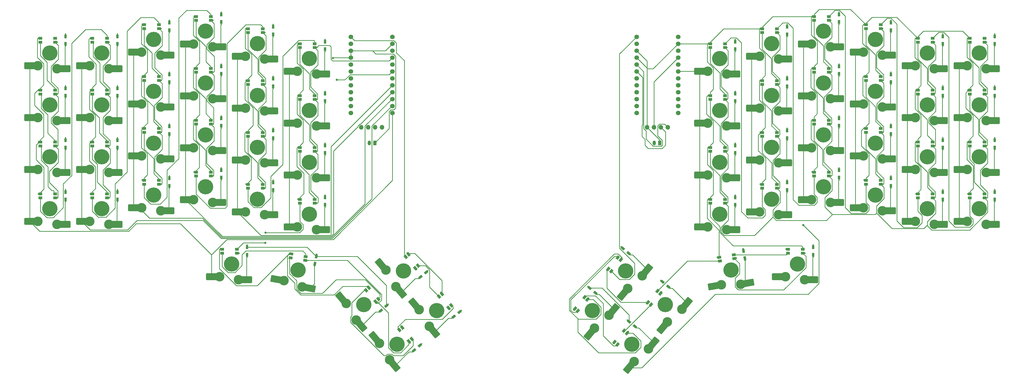
<source format=gbr>
%TF.GenerationSoftware,KiCad,Pcbnew,8.0.2-1.fc40*%
%TF.CreationDate,2024-06-26T22:38:01-04:00*%
%TF.ProjectId,BatBoard,42617442-6f61-4726-942e-6b696361645f,v1.0.0*%
%TF.SameCoordinates,Original*%
%TF.FileFunction,Copper,L2,Bot*%
%TF.FilePolarity,Positive*%
%FSLAX46Y46*%
G04 Gerber Fmt 4.6, Leading zero omitted, Abs format (unit mm)*
G04 Created by KiCad (PCBNEW 8.0.2-1.fc40) date 2024-06-26 22:38:01*
%MOMM*%
%LPD*%
G01*
G04 APERTURE LIST*
G04 Aperture macros list*
%AMRoundRect*
0 Rectangle with rounded corners*
0 $1 Rounding radius*
0 $2 $3 $4 $5 $6 $7 $8 $9 X,Y pos of 4 corners*
0 Add a 4 corners polygon primitive as box body*
4,1,4,$2,$3,$4,$5,$6,$7,$8,$9,$2,$3,0*
0 Add four circle primitives for the rounded corners*
1,1,$1+$1,$2,$3*
1,1,$1+$1,$4,$5*
1,1,$1+$1,$6,$7*
1,1,$1+$1,$8,$9*
0 Add four rect primitives between the rounded corners*
20,1,$1+$1,$2,$3,$4,$5,0*
20,1,$1+$1,$4,$5,$6,$7,0*
20,1,$1+$1,$6,$7,$8,$9,0*
20,1,$1+$1,$8,$9,$2,$3,0*%
%AMRotRect*
0 Rectangle, with rotation*
0 The origin of the aperture is its center*
0 $1 length*
0 $2 width*
0 $3 Rotation angle, in degrees counterclockwise*
0 Add horizontal line*
21,1,$1,$2,0,0,$3*%
G04 Aperture macros list end*
%TA.AperFunction,ComponentPad*%
%ADD10C,1.700000*%
%TD*%
%TA.AperFunction,ComponentPad*%
%ADD11C,0.600000*%
%TD*%
%TA.AperFunction,ComponentPad*%
%ADD12O,1.700000X1.700000*%
%TD*%
%TA.AperFunction,ComponentPad*%
%ADD13C,5.600000*%
%TD*%
%TA.AperFunction,SMDPad,CuDef*%
%ADD14RoundRect,0.250000X-1.750000X-1.000000X1.750000X-1.000000X1.750000X1.000000X-1.750000X1.000000X0*%
%TD*%
%TA.AperFunction,ComponentPad*%
%ADD15C,3.500000*%
%TD*%
%TA.AperFunction,ComponentPad*%
%ADD16C,0.500000*%
%TD*%
%TA.AperFunction,SMDPad,CuDef*%
%ADD17R,0.910000X1.430000*%
%TD*%
%TA.AperFunction,SMDPad,CuDef*%
%ADD18R,0.910000X1.440000*%
%TD*%
%TA.AperFunction,SMDPad,CuDef*%
%ADD19R,1.400000X1.000000*%
%TD*%
%TA.AperFunction,SMDPad,CuDef*%
%ADD20RoundRect,0.250000X-1.897062X-0.680923X1.549765X-1.288692X1.897062X0.680923X-1.549765X1.288692X0*%
%TD*%
%TA.AperFunction,SMDPad,CuDef*%
%ADD21RoundRect,0.250000X-1.890923X0.697790X0.358834X-1.983365X1.890923X-0.697790X-0.358834X1.983365X0*%
%TD*%
%TA.AperFunction,SMDPad,CuDef*%
%ADD22RotRect,1.400000X1.000000X50.000000*%
%TD*%
%TA.AperFunction,SMDPad,CuDef*%
%ADD23RotRect,1.430000X0.910000X280.000000*%
%TD*%
%TA.AperFunction,SMDPad,CuDef*%
%ADD24RotRect,1.440000X0.910000X280.000000*%
%TD*%
%TA.AperFunction,SMDPad,CuDef*%
%ADD25RotRect,1.430000X0.910000X320.000000*%
%TD*%
%TA.AperFunction,SMDPad,CuDef*%
%ADD26RotRect,1.440000X0.910000X320.000000*%
%TD*%
%TA.AperFunction,SMDPad,CuDef*%
%ADD27RotRect,1.400000X1.000000X350.000000*%
%TD*%
%TA.AperFunction,SMDPad,CuDef*%
%ADD28RoundRect,0.250000X-0.358834X-1.983365X1.890923X0.697790X0.358834X1.983365X-1.890923X-0.697790X0*%
%TD*%
%TA.AperFunction,SMDPad,CuDef*%
%ADD29RotRect,1.400000X1.000000X10.000000*%
%TD*%
%TA.AperFunction,SMDPad,CuDef*%
%ADD30RotRect,1.430000X0.910000X220.000000*%
%TD*%
%TA.AperFunction,SMDPad,CuDef*%
%ADD31RotRect,1.440000X0.910000X220.000000*%
%TD*%
%TA.AperFunction,SMDPad,CuDef*%
%ADD32RotRect,1.400000X1.000000X310.000000*%
%TD*%
%TA.AperFunction,SMDPad,CuDef*%
%ADD33RoundRect,0.250000X-1.549765X-1.288692X1.897062X-0.680923X1.549765X1.288692X-1.897062X0.680923X0*%
%TD*%
%TA.AperFunction,SMDPad,CuDef*%
%ADD34RotRect,1.430000X0.910000X260.000000*%
%TD*%
%TA.AperFunction,SMDPad,CuDef*%
%ADD35RotRect,1.440000X0.910000X260.000000*%
%TD*%
%TA.AperFunction,ComponentPad*%
%ADD36RoundRect,0.240000X-0.360000X-0.635000X0.360000X-0.635000X0.360000X0.635000X-0.360000X0.635000X0*%
%TD*%
%TA.AperFunction,ComponentPad*%
%ADD37O,1.200000X1.750000*%
%TD*%
%TA.AperFunction,ViaPad*%
%ADD38C,0.800000*%
%TD*%
%TA.AperFunction,Conductor*%
%ADD39C,0.250000*%
%TD*%
G04 APERTURE END LIST*
D10*
%TO.P,MCU2,1*%
%TO.N,M_RAW*%
X280580637Y-111912500D03*
%TO.P,MCU2,2*%
%TO.N,M_GND*%
X280580637Y-114452500D03*
%TO.P,MCU2,3*%
%TO.N,M_RST*%
X280580637Y-116992500D03*
%TO.P,MCU2,4*%
%TO.N,M_VCC*%
X280580637Y-119532500D03*
%TO.P,MCU2,5*%
%TO.N,M_P21*%
X280580637Y-122072500D03*
%TO.P,MCU2,6*%
%TO.N,M_P20*%
X280580637Y-124612500D03*
%TO.P,MCU2,7*%
%TO.N,M_P19*%
X280580637Y-127152500D03*
%TO.P,MCU2,8*%
%TO.N,M_P18*%
X280580637Y-129692500D03*
%TO.P,MCU2,9*%
%TO.N,M_P15*%
X280580637Y-132232500D03*
%TO.P,MCU2,10*%
%TO.N,M_P14*%
X280580637Y-134772500D03*
%TO.P,MCU2,11*%
%TO.N,M_P16*%
X280580637Y-137312500D03*
%TO.P,MCU2,12*%
%TO.N,M_P10*%
X280580637Y-139852500D03*
%TO.P,MCU2,13*%
%TO.N,M_P9*%
X265340637Y-139852500D03*
%TO.P,MCU2,14*%
%TO.N,M_P8*%
X265340637Y-137312500D03*
%TO.P,MCU2,15*%
%TO.N,M_P7*%
X265340637Y-134772500D03*
%TO.P,MCU2,16*%
%TO.N,M_P6*%
X265340637Y-132232500D03*
%TO.P,MCU2,17*%
%TO.N,M_P5*%
X265340637Y-129692500D03*
%TO.P,MCU2,18*%
%TO.N,M_P4*%
X265340637Y-127152500D03*
%TO.P,MCU2,19*%
%TO.N,M_SCL*%
X265340637Y-124612500D03*
%TO.P,MCU2,20*%
%TO.N,M_SDA*%
X265340637Y-122072500D03*
%TO.P,MCU2,21*%
%TO.N,M_GND*%
X265340637Y-119532500D03*
%TO.P,MCU2,22*%
X265340637Y-116992500D03*
%TO.P,MCU2,23*%
%TO.N,M_DAT*%
X265340637Y-114452500D03*
%TO.P,MCU2,24*%
%TO.N,M_LED*%
X265340637Y-111912500D03*
%TD*%
%TO.P,MCU1,1*%
%TO.N,RAW*%
X175730000Y-111912500D03*
%TO.P,MCU1,2*%
%TO.N,GND*%
X175730000Y-114452500D03*
%TO.P,MCU1,3*%
%TO.N,RST*%
X175730000Y-116992500D03*
%TO.P,MCU1,4*%
%TO.N,VCC*%
X175730000Y-119532500D03*
%TO.P,MCU1,5*%
%TO.N,P21*%
X175730000Y-122072500D03*
%TO.P,MCU1,6*%
%TO.N,P20*%
X175730000Y-124612500D03*
%TO.P,MCU1,7*%
%TO.N,P19*%
X175730000Y-127152500D03*
%TO.P,MCU1,8*%
%TO.N,P18*%
X175730000Y-129692500D03*
%TO.P,MCU1,9*%
%TO.N,P15*%
X175730000Y-132232500D03*
%TO.P,MCU1,10*%
%TO.N,P14*%
X175730000Y-134772500D03*
%TO.P,MCU1,11*%
%TO.N,P16*%
X175730000Y-137312500D03*
%TO.P,MCU1,12*%
%TO.N,P10*%
X175730000Y-139852500D03*
%TO.P,MCU1,13*%
%TO.N,P9*%
X160490000Y-139852500D03*
%TO.P,MCU1,14*%
%TO.N,P8*%
X160490000Y-137312500D03*
%TO.P,MCU1,15*%
%TO.N,P7*%
X160490000Y-134772500D03*
%TO.P,MCU1,16*%
%TO.N,P6*%
X160490000Y-132232500D03*
%TO.P,MCU1,17*%
%TO.N,P5*%
X160490000Y-129692500D03*
%TO.P,MCU1,18*%
%TO.N,P4*%
X160490000Y-127152500D03*
%TO.P,MCU1,19*%
%TO.N,SCL*%
X160490000Y-124612500D03*
%TO.P,MCU1,20*%
%TO.N,SDA*%
X160490000Y-122072500D03*
%TO.P,MCU1,21*%
%TO.N,GND*%
X160490000Y-119532500D03*
%TO.P,MCU1,22*%
X160490000Y-116992500D03*
%TO.P,MCU1,23*%
%TO.N,DAT*%
X160490000Y-114452500D03*
%TO.P,MCU1,24*%
%TO.N,LED*%
X160490000Y-111912500D03*
%TD*%
D11*
%TO.P,REF\u002A\u002A,1*%
%TO.N,M_VCC*%
X262310535Y-220140746D03*
%TD*%
%TO.P,REF\u002A\u002A,1*%
%TO.N,M_VCC*%
X298520637Y-153950000D03*
%TD*%
%TO.P,REF\u002A\u002A,1*%
%TO.N,P18*%
X117200000Y-118990000D03*
%TD*%
%TO.P,REF\u002A\u002A,1*%
%TO.N,P15*%
X168091916Y-220868351D03*
%TD*%
%TO.P,REF\u002A\u002A,1*%
%TO.N,P18*%
X170407819Y-193991798D03*
%TD*%
%TO.P,REF\u002A\u002A,1*%
%TO.N,M_GND*%
X291670637Y-171550000D03*
%TD*%
%TO.P,REF\u002A\u002A,1*%
%TO.N,VCC*%
X90800000Y-108850000D03*
%TD*%
%TO.P,REF\u002A\u002A,1*%
%TO.N,GND*%
X141100000Y-133450000D03*
%TD*%
%TO.P,REF\u002A\u002A,1*%
%TO.N,VCC*%
X128900000Y-129400000D03*
%TD*%
%TO.P,REF\u002A\u002A,1*%
%TO.N,M_GND*%
X291670637Y-152500000D03*
%TD*%
%TO.P,REF\u002A\u002A,1*%
%TO.N,P20*%
X182620784Y-208546643D03*
%TD*%
%TO.P,REF\u002A\u002A,1*%
%TO.N,GND*%
X181254728Y-191221387D03*
%TD*%
%TO.P,REF\u002A\u002A,1*%
%TO.N,GND*%
X178938824Y-218097940D03*
%TD*%
%TO.P,REF\u002A\u002A,1*%
%TO.N,VCC*%
X71750000Y-113850000D03*
%TD*%
%TO.P,REF\u002A\u002A,1*%
%TO.N,M_P16*%
X363020637Y-179640000D03*
%TD*%
%TO.P,REF\u002A\u002A,1*%
%TO.N,M_P14*%
X343970637Y-155590000D03*
%TD*%
%TO.P,REF\u002A\u002A,1*%
%TO.N,M_GND*%
X367870637Y-131450000D03*
%TD*%
%TO.P,REF\u002A\u002A,1*%
%TO.N,P16*%
X60050000Y-122490000D03*
%TD*%
%TO.P,REF\u002A\u002A,1*%
%TO.N,VCC*%
X147950000Y-173000000D03*
%TD*%
%TO.P,REF\u002A\u002A,1*%
%TO.N,M_GND*%
X291670637Y-114400000D03*
%TD*%
%TO.P,REF\u002A\u002A,1*%
%TO.N,M_VCC*%
X298520637Y-173000000D03*
%TD*%
%TO.P,REF\u002A\u002A,1*%
%TO.N,M_GND*%
X310720637Y-108900000D03*
%TD*%
%TO.P,REF\u002A\u002A,1*%
%TO.N,VCC*%
X90800000Y-166000000D03*
%TD*%
%TO.P,REF\u002A\u002A,1*%
%TO.N,GND*%
X112525000Y-189862500D03*
%TD*%
%TO.P,REF\u002A\u002A,1*%
%TO.N,M_P15*%
X324920637Y-133540000D03*
%TD*%
%TO.P,REF\u002A\u002A,1*%
%TO.N,GND*%
X83950000Y-126450000D03*
%TD*%
%TO.P,REF\u002A\u002A,1*%
%TO.N,GND*%
X64900000Y-131450000D03*
%TD*%
%TO.P,REF\u002A\u002A,1*%
%TO.N,GND*%
X193467692Y-205776231D03*
%TD*%
%TO.P,REF\u002A\u002A,1*%
%TO.N,GND*%
X45850000Y-150500000D03*
%TD*%
%TO.P,REF\u002A\u002A,1*%
%TO.N,M_VCC*%
X336620637Y-105850000D03*
%TD*%
%TO.P,REF\u002A\u002A,1*%
%TO.N,GND*%
X122050000Y-108900000D03*
%TD*%
%TO.P,REF\u002A\u002A,1*%
%TO.N,M_VCC*%
X336620637Y-163000000D03*
%TD*%
%TO.P,REF\u002A\u002A,1*%
%TO.N,M_P10*%
X382070637Y-141540000D03*
%TD*%
%TO.P,REF\u002A\u002A,1*%
%TO.N,P14*%
X79100000Y-174640000D03*
%TD*%
%TO.P,REF\u002A\u002A,1*%
%TO.N,P18*%
X117200000Y-138040000D03*
%TD*%
%TO.P,REF\u002A\u002A,1*%
%TO.N,M_VCC*%
X393770637Y-132900000D03*
%TD*%
%TO.P,REF\u002A\u002A,1*%
%TO.N,M_VCC*%
X317570637Y-167500000D03*
%TD*%
%TO.P,REF\u002A\u002A,1*%
%TO.N,VCC*%
X90800000Y-127900000D03*
%TD*%
%TO.P,REF\u002A\u002A,1*%
%TO.N,P10*%
X41000000Y-141540000D03*
%TD*%
%TO.P,REF\u002A\u002A,1*%
%TO.N,M_GND*%
X254480772Y-197579556D03*
%TD*%
%TO.P,REF\u002A\u002A,1*%
%TO.N,GND*%
X141100000Y-171550000D03*
%TD*%
%TO.P,REF\u002A\u002A,1*%
%TO.N,M_P15*%
X261408544Y-234657151D03*
%TD*%
%TO.P,REF\u002A\u002A,1*%
%TO.N,M_GND*%
X329770637Y-123450000D03*
%TD*%
%TO.P,REF\u002A\u002A,1*%
%TO.N,M_GND*%
X348820637Y-126450000D03*
%TD*%
%TO.P,REF\u002A\u002A,1*%
%TO.N,M_GND*%
X329770637Y-142500000D03*
%TD*%
%TO.P,REF\u002A\u002A,1*%
%TO.N,VCC*%
X71750000Y-132900000D03*
%TD*%
%TO.P,REF\u002A\u002A,1*%
%TO.N,GND*%
X122050000Y-127950000D03*
%TD*%
%TO.P,REF\u002A\u002A,1*%
%TO.N,M_P20*%
X286820637Y-124490000D03*
%TD*%
%TO.P,REF\u002A\u002A,1*%
%TO.N,M_P10*%
X382070637Y-179640000D03*
%TD*%
%TO.P,REF\u002A\u002A,1*%
%TO.N,M_GND*%
X269041780Y-209862962D03*
%TD*%
D12*
%TO.P,DISP2,1*%
%TO.N,M_GND*%
X269150637Y-145122500D03*
%TO.P,DISP2,2*%
%TO.N,M_VCC*%
X271690637Y-145122500D03*
%TO.P,DISP2,3*%
%TO.N,M_SCL*%
X274230637Y-145122500D03*
%TO.P,DISP2,4*%
%TO.N,M_SDA*%
X276770637Y-145122500D03*
%TD*%
D11*
%TO.P,REF\u002A\u002A,1*%
%TO.N,M_GND*%
X329770637Y-161550000D03*
%TD*%
%TO.P,REF\u002A\u002A,1*%
%TO.N,GND*%
X141100000Y-152500000D03*
%TD*%
%TO.P,REF\u002A\u002A,1*%
%TO.N,M_P20*%
X286820637Y-162590000D03*
%TD*%
%TO.P,REF\u002A\u002A,1*%
%TO.N,P18*%
X117200000Y-157090000D03*
%TD*%
%TO.P,REF\u002A\u002A,1*%
%TO.N,M_GND*%
X294974590Y-192911473D03*
%TD*%
%TO.P,REF\u002A\u002A,1*%
%TO.N,P18*%
X117200000Y-176140000D03*
%TD*%
%TO.P,REF\u002A\u002A,1*%
%TO.N,M_P18*%
X259092641Y-207780598D03*
%TD*%
%TO.P,REF\u002A\u002A,1*%
%TO.N,M_GND*%
X386920637Y-131450000D03*
%TD*%
%TO.P,REF\u002A\u002A,1*%
%TO.N,M_P14*%
X343970637Y-174640000D03*
%TD*%
%TO.P,REF\u002A\u002A,1*%
%TO.N,GND*%
X122050000Y-166050000D03*
%TD*%
%TO.P,REF\u002A\u002A,1*%
%TO.N,M_GND*%
X320245637Y-189862500D03*
%TD*%
%TO.P,REF\u002A\u002A,1*%
%TO.N,M_P16*%
X363020637Y-160590000D03*
%TD*%
%TO.P,REF\u002A\u002A,1*%
%TO.N,M_VCC*%
X374720637Y-151950000D03*
%TD*%
%TO.P,REF\u002A\u002A,1*%
%TO.N,GND*%
X83950000Y-107400000D03*
%TD*%
%TO.P,REF\u002A\u002A,1*%
%TO.N,M_P10*%
X382070637Y-122490000D03*
%TD*%
%TO.P,REF\u002A\u002A,1*%
%TO.N,GND*%
X45850000Y-169550000D03*
%TD*%
%TO.P,REF\u002A\u002A,1*%
%TO.N,GND*%
X141100000Y-114400000D03*
%TD*%
%TO.P,REF\u002A\u002A,1*%
%TO.N,M_GND*%
X386920637Y-112400000D03*
%TD*%
%TO.P,REF\u002A\u002A,1*%
%TO.N,GND*%
X103000000Y-104400000D03*
%TD*%
%TO.P,REF\u002A\u002A,1*%
%TO.N,M_VCC*%
X317570637Y-129400000D03*
%TD*%
%TO.P,REF\u002A\u002A,1*%
%TO.N,VCC*%
X52700000Y-132900000D03*
%TD*%
%TO.P,REF\u002A\u002A,1*%
%TO.N,M_P10*%
X315395637Y-199952500D03*
%TD*%
%TO.P,REF\u002A\u002A,1*%
%TO.N,M_GND*%
X310720637Y-147000000D03*
%TD*%
%TO.P,REF\u002A\u002A,1*%
%TO.N,M_VCC*%
X393770637Y-113850000D03*
%TD*%
%TO.P,REF\u002A\u002A,1*%
%TO.N,M_P14*%
X273653648Y-220064005D03*
%TD*%
%TO.P,REF\u002A\u002A,1*%
%TO.N,P20*%
X136250000Y-124490000D03*
%TD*%
%TO.P,REF\u002A\u002A,1*%
%TO.N,VCC*%
X196760023Y-211955678D03*
%TD*%
%TO.P,REF\u002A\u002A,1*%
%TO.N,M_P16*%
X363020637Y-141540000D03*
%TD*%
%TO.P,REF\u002A\u002A,1*%
%TO.N,M_VCC*%
X336620637Y-143950000D03*
%TD*%
%TO.P,REF\u002A\u002A,1*%
%TO.N,P15*%
X98150000Y-133540000D03*
%TD*%
%TO.P,REF\u002A\u002A,1*%
%TO.N,M_VCC*%
X301972313Y-193149954D03*
%TD*%
%TO.P,REF\u002A\u002A,1*%
%TO.N,GND*%
X64900000Y-169550000D03*
%TD*%
%TO.P,REF\u002A\u002A,1*%
%TO.N,VCC*%
X109850000Y-124900000D03*
%TD*%
%TO.P,REF\u002A\u002A,1*%
%TO.N,P16*%
X60050000Y-179640000D03*
%TD*%
%TO.P,REF\u002A\u002A,1*%
%TO.N,VCC*%
X71750000Y-151950000D03*
%TD*%
%TO.P,REF\u002A\u002A,1*%
%TO.N,M_VCC*%
X374720637Y-171000000D03*
%TD*%
%TO.P,REF\u002A\u002A,1*%
%TO.N,M_VCC*%
X317570637Y-148450000D03*
%TD*%
%TO.P,REF\u002A\u002A,1*%
%TO.N,M_P16*%
X291950382Y-203690377D03*
%TD*%
%TO.P,REF\u002A\u002A,1*%
%TO.N,GND*%
X122050000Y-147000000D03*
%TD*%
%TO.P,REF\u002A\u002A,1*%
%TO.N,M_GND*%
X310720637Y-127950000D03*
%TD*%
%TO.P,REF\u002A\u002A,1*%
%TO.N,M_P14*%
X343970637Y-136540000D03*
%TD*%
%TO.P,REF\u002A\u002A,1*%
%TO.N,GND*%
X83950000Y-145500000D03*
%TD*%
%TO.P,REF\u002A\u002A,1*%
%TO.N,P15*%
X98150000Y-171640000D03*
%TD*%
%TO.P,REF\u002A\u002A,1*%
%TO.N,M_GND*%
X348820637Y-164550000D03*
%TD*%
%TO.P,REF\u002A\u002A,1*%
%TO.N,M_GND*%
X291670637Y-133450000D03*
%TD*%
%TO.P,REF\u002A\u002A,1*%
%TO.N,M_P15*%
X324920637Y-171640000D03*
%TD*%
%TO.P,REF\u002A\u002A,1*%
%TO.N,M_VCC*%
X274555639Y-205547600D03*
%TD*%
%TO.P,REF\u002A\u002A,1*%
%TO.N,VCC*%
X169986051Y-209684240D03*
%TD*%
%TO.P,REF\u002A\u002A,1*%
%TO.N,M_GND*%
X348820637Y-145500000D03*
%TD*%
%TO.P,REF\u002A\u002A,1*%
%TO.N,GND*%
X137922143Y-191470193D03*
%TD*%
%TO.P,REF\u002A\u002A,1*%
%TO.N,M_P18*%
X305870637Y-176140000D03*
%TD*%
%TO.P,REF\u002A\u002A,1*%
%TO.N,M_P20*%
X286820637Y-143540000D03*
%TD*%
%TO.P,REF\u002A\u002A,1*%
%TO.N,VCC*%
X119375000Y-191312500D03*
%TD*%
%TO.P,REF\u002A\u002A,1*%
%TO.N,VCC*%
X184547058Y-197400833D03*
%TD*%
%TO.P,REF\u002A\u002A,1*%
%TO.N,M_GND*%
X367870637Y-150500000D03*
%TD*%
%TO.P,REF\u002A\u002A,1*%
%TO.N,P15*%
X98150000Y-152590000D03*
%TD*%
%TO.P,REF\u002A\u002A,1*%
%TO.N,GND*%
X103000000Y-142500000D03*
%TD*%
%TO.P,REF\u002A\u002A,1*%
%TO.N,GND*%
X45850000Y-112400000D03*
%TD*%
%TO.P,REF\u002A\u002A,1*%
%TO.N,M_VCC*%
X355670637Y-108850000D03*
%TD*%
%TO.P,REF\u002A\u002A,1*%
%TO.N,M_GND*%
X348820637Y-107400000D03*
%TD*%
%TO.P,REF\u002A\u002A,1*%
%TO.N,VCC*%
X147950000Y-115850000D03*
%TD*%
%TO.P,REF\u002A\u002A,1*%
%TO.N,M_VCC*%
X327095637Y-191312500D03*
%TD*%
%TO.P,REF\u002A\u002A,1*%
%TO.N,P16*%
X131393715Y-200564710D03*
%TD*%
%TO.P,REF\u002A\u002A,1*%
%TO.N,M_VCC*%
X355670637Y-127900000D03*
%TD*%
%TO.P,REF\u002A\u002A,1*%
%TO.N,GND*%
X103000000Y-123450000D03*
%TD*%
%TO.P,REF\u002A\u002A,1*%
%TO.N,VCC*%
X147950000Y-153950000D03*
%TD*%
%TO.P,REF\u002A\u002A,1*%
%TO.N,P14*%
X155846812Y-206275205D03*
%TD*%
%TO.P,REF\u002A\u002A,1*%
%TO.N,VCC*%
X52700000Y-113850000D03*
%TD*%
%TO.P,REF\u002A\u002A,1*%
%TO.N,M_GND*%
X242267808Y-212134400D03*
%TD*%
%TO.P,REF\u002A\u002A,1*%
%TO.N,M_P18*%
X305870637Y-157090000D03*
%TD*%
%TO.P,REF\u002A\u002A,1*%
%TO.N,P10*%
X41000000Y-160590000D03*
%TD*%
%TO.P,REF\u002A\u002A,1*%
%TO.N,VCC*%
X52700000Y-151950000D03*
%TD*%
%TO.P,REF\u002A\u002A,1*%
%TO.N,M_VCC*%
X355670637Y-166000000D03*
%TD*%
%TO.P,REF\u002A\u002A,1*%
%TO.N,M_P20*%
X246879676Y-222335443D03*
%TD*%
%TO.P,REF\u002A\u002A,1*%
%TO.N,M_P18*%
X305870637Y-118990000D03*
%TD*%
%TO.P,REF\u002A\u002A,1*%
%TO.N,P16*%
X60050000Y-141540000D03*
%TD*%
%TO.P,REF\u002A\u002A,1*%
%TO.N,M_VCC*%
X317570637Y-110350000D03*
%TD*%
%TO.P,REF\u002A\u002A,1*%
%TO.N,GND*%
X64900000Y-150500000D03*
%TD*%
%TO.P,REF\u002A\u002A,1*%
%TO.N,M_VCC*%
X298520637Y-115850000D03*
%TD*%
%TO.P,REF\u002A\u002A,1*%
%TO.N,P14*%
X79100000Y-155590000D03*
%TD*%
%TO.P,REF\u002A\u002A,1*%
%TO.N,VCC*%
X144416286Y-194087655D03*
%TD*%
%TO.P,REF\u002A\u002A,1*%
%TO.N,M_VCC*%
X355670637Y-146950000D03*
%TD*%
%TO.P,REF\u002A\u002A,1*%
%TO.N,M_VCC*%
X393770637Y-171000000D03*
%TD*%
%TO.P,REF\u002A\u002A,1*%
%TO.N,VCC*%
X182231155Y-224277386D03*
%TD*%
%TO.P,REF\u002A\u002A,1*%
%TO.N,P10*%
X41000000Y-122490000D03*
%TD*%
%TO.P,REF\u002A\u002A,1*%
%TO.N,M_GND*%
X386920637Y-150500000D03*
%TD*%
%TO.P,REF\u002A\u002A,1*%
%TO.N,M_GND*%
X367870637Y-112400000D03*
%TD*%
%TO.P,REF\u002A\u002A,1*%
%TO.N,P20*%
X136250000Y-143540000D03*
%TD*%
%TO.P,REF\u002A\u002A,1*%
%TO.N,VCC*%
X52700000Y-171000000D03*
%TD*%
%TO.P,REF\u002A\u002A,1*%
%TO.N,M_VCC*%
X336620637Y-124900000D03*
%TD*%
%TO.P,REF\u002A\u002A,1*%
%TO.N,GND*%
X103000000Y-161550000D03*
%TD*%
%TO.P,REF\u002A\u002A,1*%
%TO.N,P15*%
X98150000Y-114490000D03*
%TD*%
%TO.P,REF\u002A\u002A,1*%
%TO.N,M_GND*%
X256796676Y-224456109D03*
%TD*%
%TO.P,REF\u002A\u002A,1*%
%TO.N,VCC*%
X128900000Y-148450000D03*
%TD*%
%TO.P,REF\u002A\u002A,1*%
%TO.N,VCC*%
X109850000Y-163000000D03*
%TD*%
%TO.P,REF\u002A\u002A,1*%
%TO.N,P20*%
X136250000Y-181640000D03*
%TD*%
%TO.P,REF\u002A\u002A,1*%
%TO.N,P16*%
X60050000Y-160590000D03*
%TD*%
%TO.P,REF\u002A\u002A,1*%
%TO.N,M_P14*%
X343970637Y-117490000D03*
%TD*%
%TO.P,REF\u002A\u002A,1*%
%TO.N,GND*%
X45850000Y-131450000D03*
%TD*%
%TO.P,REF\u002A\u002A,1*%
%TO.N,VCC*%
X90800000Y-146950000D03*
%TD*%
%TO.P,REF\u002A\u002A,1*%
%TO.N,GND*%
X83950000Y-164550000D03*
%TD*%
%TO.P,REF\u002A\u002A,1*%
%TO.N,M_P16*%
X363020637Y-122490000D03*
%TD*%
%TO.P,REF\u002A\u002A,1*%
%TO.N,M_VCC*%
X298520637Y-134900000D03*
%TD*%
%TO.P,REF\u002A\u002A,1*%
%TO.N,M_P20*%
X286820637Y-181640000D03*
%TD*%
%TO.P,REF\u002A\u002A,1*%
%TO.N,M_VCC*%
X374720637Y-132900000D03*
%TD*%
%TO.P,REF\u002A\u002A,1*%
%TO.N,VCC*%
X109850000Y-143950000D03*
%TD*%
%TO.P,REF\u002A\u002A,1*%
%TO.N,M_VCC*%
X393770637Y-151950000D03*
%TD*%
%TO.P,REF\u002A\u002A,1*%
%TO.N,P14*%
X79100000Y-136540000D03*
%TD*%
%TO.P,REF\u002A\u002A,1*%
%TO.N,P10*%
X41000000Y-179640000D03*
%TD*%
%TO.P,REF\u002A\u002A,1*%
%TO.N,P20*%
X136250000Y-162590000D03*
%TD*%
%TO.P,REF\u002A\u002A,1*%
%TO.N,VCC*%
X109850000Y-105850000D03*
%TD*%
%TO.P,REF\u002A\u002A,1*%
%TO.N,M_GND*%
X310720637Y-166050000D03*
%TD*%
%TO.P,REF\u002A\u002A,1*%
%TO.N,P14*%
X79100000Y-117490000D03*
%TD*%
%TO.P,REF\u002A\u002A,1*%
%TO.N,M_P15*%
X324920637Y-152590000D03*
%TD*%
D12*
%TO.P,DISP1,1*%
%TO.N,GND*%
X164300000Y-145122500D03*
%TO.P,DISP1,2*%
%TO.N,VCC*%
X166840000Y-145122500D03*
%TO.P,DISP1,3*%
%TO.N,SCL*%
X169380000Y-145122500D03*
%TO.P,DISP1,4*%
%TO.N,SDA*%
X171920000Y-145122500D03*
%TD*%
D11*
%TO.P,REF\u002A\u002A,1*%
%TO.N,P10*%
X107675000Y-199952500D03*
%TD*%
%TO.P,REF\u002A\u002A,1*%
%TO.N,M_GND*%
X367870637Y-169550000D03*
%TD*%
%TO.P,REF\u002A\u002A,1*%
%TO.N,VCC*%
X128900000Y-110350000D03*
%TD*%
%TO.P,REF\u002A\u002A,1*%
%TO.N,M_GND*%
X329770637Y-104400000D03*
%TD*%
%TO.P,REF\u002A\u002A,1*%
%TO.N,M_VCC*%
X374720637Y-113850000D03*
%TD*%
%TO.P,REF\u002A\u002A,1*%
%TO.N,M_P15*%
X324920637Y-114490000D03*
%TD*%
%TO.P,REF\u002A\u002A,1*%
%TO.N,M_P18*%
X305870637Y-138040000D03*
%TD*%
%TO.P,REF\u002A\u002A,1*%
%TO.N,VCC*%
X71750000Y-171000000D03*
%TD*%
%TO.P,REF\u002A\u002A,1*%
%TO.N,GND*%
X166693720Y-203504793D03*
%TD*%
%TO.P,REF\u002A\u002A,1*%
%TO.N,VCC*%
X128900000Y-167500000D03*
%TD*%
%TO.P,REF\u002A\u002A,1*%
%TO.N,GND*%
X64900000Y-112400000D03*
%TD*%
%TO.P,REF\u002A\u002A,1*%
%TO.N,M_GND*%
X386920637Y-169550000D03*
%TD*%
%TO.P,REF\u002A\u002A,1*%
%TO.N,VCC*%
X147950000Y-134900000D03*
%TD*%
%TO.P,REF\u002A\u002A,1*%
%TO.N,M_P10*%
X382070637Y-160590000D03*
%TD*%
%TO.P,REF\u002A\u002A,1*%
%TO.N,M_VCC*%
X259994632Y-193264193D03*
%TD*%
%TO.P,REF\u002A\u002A,1*%
%TO.N,M_VCC*%
X247781667Y-207819038D03*
%TD*%
D13*
%TO.P,S52,*%
%TO.N,*%
X295820637Y-157950000D03*
D14*
%TO.P,S52,1*%
%TO.N,M_P20*%
X288470637Y-162650000D03*
D15*
X291420637Y-162650000D03*
%TO.P,S52,2*%
%TO.N,mirror_inner_home*%
X298420637Y-163700000D03*
D14*
X301370637Y-163700000D03*
%TD*%
D16*
%TO.P,D53,1*%
%TO.N,M_P6*%
X301535637Y-131887500D03*
D17*
X301540637Y-132772500D03*
D18*
%TO.P,D53,2*%
%TO.N,mirror_inner_top*%
X301540637Y-135507500D03*
D16*
X301535637Y-136387500D03*
%TD*%
D13*
%TO.P,S17,*%
%TO.N,*%
X126200000Y-171500000D03*
D14*
%TO.P,S17,1*%
%TO.N,P18*%
X118850000Y-176200000D03*
D15*
X121800000Y-176200000D03*
%TO.P,S17,2*%
%TO.N,index_bottom*%
X128800000Y-177250000D03*
D14*
X131750000Y-177250000D03*
%TD*%
D13*
%TO.P,S20,*%
%TO.N,*%
X126200000Y-114350000D03*
D14*
%TO.P,S20,1*%
%TO.N,P18*%
X118850000Y-119050000D03*
D15*
X121800000Y-119050000D03*
%TO.P,S20,2*%
%TO.N,index_num*%
X128800000Y-120100000D03*
D14*
X131750000Y-120100000D03*
%TD*%
D13*
%TO.P,S53,*%
%TO.N,*%
X295820637Y-138900000D03*
D14*
%TO.P,S53,1*%
%TO.N,M_P20*%
X288470637Y-143600000D03*
D15*
X291420637Y-143600000D03*
%TO.P,S53,2*%
%TO.N,mirror_inner_top*%
X298420637Y-144650000D03*
D14*
X301370637Y-144650000D03*
%TD*%
D16*
%TO.P,D24,1*%
%TO.N,P5*%
X150965000Y-112837500D03*
D17*
X150970000Y-113722500D03*
D18*
%TO.P,D24,2*%
%TO.N,inner_num*%
X150970000Y-116457500D03*
D16*
X150965000Y-117337500D03*
%TD*%
D19*
%TO.P,LED51,1*%
%TO.N,M_VCC*%
X297770637Y-173000000D03*
%TO.P,LED51,2*%
%TO.N,M_LED_7*%
X297770637Y-171600000D03*
%TO.P,LED51,3*%
%TO.N,M_GND*%
X292370637Y-171600000D03*
%TO.P,LED51,4*%
%TO.N,M_LED_6*%
X292370637Y-173000000D03*
%TD*%
%TO.P,LED48,1*%
%TO.N,M_VCC*%
X316820637Y-148450000D03*
%TO.P,LED48,2*%
%TO.N,M_LED_12*%
X316820637Y-147050000D03*
%TO.P,LED48,3*%
%TO.N,M_GND*%
X311420637Y-147050000D03*
%TO.P,LED48,4*%
%TO.N,M_LED_11*%
X311420637Y-148450000D03*
%TD*%
%TO.P,LED52,1*%
%TO.N,M_VCC*%
X297770637Y-153950000D03*
%TO.P,LED52,2*%
%TO.N,M_LED_8*%
X297770637Y-152550000D03*
%TO.P,LED52,3*%
%TO.N,M_GND*%
X292370637Y-152550000D03*
%TO.P,LED52,4*%
%TO.N,M_LED_7*%
X292370637Y-153950000D03*
%TD*%
D13*
%TO.P,S34,*%
%TO.N,*%
X391070637Y-117850000D03*
D14*
%TO.P,S34,1*%
%TO.N,M_P10*%
X383720637Y-122550000D03*
D15*
X386670637Y-122550000D03*
%TO.P,S34,2*%
%TO.N,mirror_outer_num*%
X393670637Y-123600000D03*
D14*
X396620637Y-123600000D03*
%TD*%
D13*
%TO.P,S19,*%
%TO.N,*%
X126200000Y-133400000D03*
D14*
%TO.P,S19,1*%
%TO.N,P18*%
X118850000Y-138100000D03*
D15*
X121800000Y-138100000D03*
%TO.P,S19,2*%
%TO.N,index_top*%
X128800000Y-139150000D03*
D14*
X131750000Y-139150000D03*
%TD*%
D13*
%TO.P,S36,*%
%TO.N,*%
X372020637Y-155950000D03*
D14*
%TO.P,S36,1*%
%TO.N,M_P16*%
X364670637Y-160650000D03*
D15*
X367620637Y-160650000D03*
%TO.P,S36,2*%
%TO.N,mirror_pinky_home*%
X374620637Y-161700000D03*
D14*
X377570637Y-161700000D03*
%TD*%
D13*
%TO.P,S47,*%
%TO.N,*%
X314870637Y-171500000D03*
D14*
%TO.P,S47,1*%
%TO.N,M_P18*%
X307520637Y-176200000D03*
D15*
X310470637Y-176200000D03*
%TO.P,S47,2*%
%TO.N,mirror_index_bottom*%
X317470637Y-177250000D03*
D14*
X320420637Y-177250000D03*
%TD*%
D19*
%TO.P,LED34,1*%
%TO.N,M_VCC*%
X393020637Y-113850000D03*
%TO.P,LED34,2*%
%TO.N,M_LED_30*%
X393020637Y-112450000D03*
%TO.P,LED34,3*%
%TO.N,M_GND*%
X387620637Y-112450000D03*
%TO.P,LED34,4*%
%TO.N,M_LED_29*%
X387620637Y-113850000D03*
%TD*%
%TO.P,LED11,1*%
%TO.N,VCC*%
X90050000Y-127900000D03*
%TO.P,LED11,2*%
%TO.N,LED_21*%
X90050000Y-126500000D03*
%TO.P,LED11,3*%
%TO.N,GND*%
X84650000Y-126500000D03*
%TO.P,LED11,4*%
%TO.N,LED_20*%
X84650000Y-127900000D03*
%TD*%
%TO.P,LED25,1*%
%TO.N,VCC*%
X118625000Y-191312500D03*
%TO.P,LED25,2*%
%TO.N,LED_6*%
X118625000Y-189912500D03*
%TO.P,LED25,3*%
%TO.N,GND*%
X113225000Y-189912500D03*
%TO.P,LED25,4*%
%TO.N,LED_5*%
X113225000Y-191312500D03*
%TD*%
D16*
%TO.P,D13,1*%
%TO.N,P8*%
X112865000Y-159987500D03*
D17*
X112870000Y-160872500D03*
D18*
%TO.P,D13,2*%
%TO.N,middle_bottom*%
X112870000Y-163607500D03*
D16*
X112865000Y-164487500D03*
%TD*%
D19*
%TO.P,LED4,1*%
%TO.N,VCC*%
X51950000Y-113850000D03*
%TO.P,LED4,2*%
%TO.N,LED_30*%
X51950000Y-112450000D03*
%TO.P,LED4,3*%
%TO.N,GND*%
X46550000Y-112450000D03*
%TO.P,LED4,4*%
%TO.N,LED_29*%
X46550000Y-113850000D03*
%TD*%
D13*
%TO.P,S33,*%
%TO.N,*%
X391070637Y-136900000D03*
D14*
%TO.P,S33,1*%
%TO.N,M_P10*%
X383720637Y-141600000D03*
D15*
X386670637Y-141600000D03*
%TO.P,S33,2*%
%TO.N,mirror_outer_top*%
X393670637Y-142650000D03*
D14*
X396620637Y-142650000D03*
%TD*%
D13*
%TO.P,S26,*%
%TO.N,*%
X141062713Y-197558035D03*
D20*
%TO.P,S26,1*%
%TO.N,P16*%
X133008230Y-200910317D03*
D15*
X135913410Y-201422579D03*
%TO.P,S26,2*%
%TO.N,tucky_thumb*%
X142624736Y-203672165D03*
D20*
X145529919Y-204184427D03*
%TD*%
D13*
%TO.P,S14,*%
%TO.N,*%
X107150000Y-147950000D03*
D14*
%TO.P,S14,1*%
%TO.N,P15*%
X99800000Y-152650000D03*
D15*
X102750000Y-152650000D03*
%TO.P,S14,2*%
%TO.N,middle_home*%
X109750000Y-153700000D03*
D14*
X112700000Y-153700000D03*
%TD*%
D16*
%TO.P,D14,1*%
%TO.N,P7*%
X112865000Y-140937500D03*
D17*
X112870000Y-141822500D03*
D18*
%TO.P,D14,2*%
%TO.N,middle_home*%
X112870000Y-144557500D03*
D16*
X112865000Y-145437500D03*
%TD*%
D13*
%TO.P,S29,*%
%TO.N,*%
X179747354Y-197903664D03*
D21*
%TO.P,S29,1*%
%TO.N,P18*%
X171422456Y-195294339D03*
D15*
X173318680Y-197554170D03*
%TO.P,S29,2*%
%TO.N,extra_thumb*%
X177013846Y-203591408D03*
D21*
X178910070Y-205851239D03*
%TD*%
D16*
%TO.P,D39,1*%
%TO.N,M_P8*%
X358685637Y-162987500D03*
D17*
X358690637Y-163872500D03*
D18*
%TO.P,D39,2*%
%TO.N,mirror_ring_bottom*%
X358690637Y-166607500D03*
D16*
X358685637Y-167487500D03*
%TD*%
D13*
%TO.P,S4,*%
%TO.N,*%
X50000000Y-117850000D03*
D14*
%TO.P,S4,1*%
%TO.N,P10*%
X42650000Y-122550000D03*
D15*
X45600000Y-122550000D03*
%TO.P,S4,2*%
%TO.N,outer_num*%
X52600000Y-123600000D03*
D14*
X55550000Y-123600000D03*
%TD*%
D16*
%TO.P,D49,1*%
%TO.N,M_P6*%
X320585637Y-126387500D03*
D17*
X320590637Y-127272500D03*
D18*
%TO.P,D49,2*%
%TO.N,mirror_index_top*%
X320590637Y-130007500D03*
D16*
X320585637Y-130887500D03*
%TD*%
D19*
%TO.P,LED19,1*%
%TO.N,VCC*%
X128150000Y-129400000D03*
%TO.P,LED19,2*%
%TO.N,LED_13*%
X128150000Y-128000000D03*
%TO.P,LED19,3*%
%TO.N,GND*%
X122750000Y-128000000D03*
%TO.P,LED19,4*%
%TO.N,LED_12*%
X122750000Y-129400000D03*
%TD*%
%TO.P,LED44,1*%
%TO.N,M_VCC*%
X335870637Y-143950000D03*
%TO.P,LED44,2*%
%TO.N,M_LED_16*%
X335870637Y-142550000D03*
%TO.P,LED44,3*%
%TO.N,M_GND*%
X330470637Y-142550000D03*
%TO.P,LED44,4*%
%TO.N,M_LED_15*%
X330470637Y-143950000D03*
%TD*%
%TO.P,LED36,1*%
%TO.N,M_VCC*%
X373970637Y-151950000D03*
%TO.P,LED36,2*%
%TO.N,M_LED_24*%
X373970637Y-150550000D03*
%TO.P,LED36,3*%
%TO.N,M_GND*%
X368570637Y-150550000D03*
%TO.P,LED36,4*%
%TO.N,M_LED_23*%
X368570637Y-151950000D03*
%TD*%
D13*
%TO.P,S22,*%
%TO.N,*%
X145250000Y-157950000D03*
D14*
%TO.P,S22,1*%
%TO.N,P20*%
X137900000Y-162650000D03*
D15*
X140850000Y-162650000D03*
%TO.P,S22,2*%
%TO.N,inner_home*%
X147850000Y-163700000D03*
D14*
X150800000Y-163700000D03*
%TD*%
D19*
%TO.P,LED22,1*%
%TO.N,VCC*%
X147200000Y-153950000D03*
%TO.P,LED22,2*%
%TO.N,LED_8*%
X147200000Y-152550000D03*
%TO.P,LED22,3*%
%TO.N,GND*%
X141800000Y-152550000D03*
%TO.P,LED22,4*%
%TO.N,LED_7*%
X141800000Y-153950000D03*
%TD*%
D13*
%TO.P,S39,*%
%TO.N,*%
X352970637Y-170000000D03*
D14*
%TO.P,S39,1*%
%TO.N,M_P14*%
X345620637Y-174700000D03*
D15*
X348570637Y-174700000D03*
%TO.P,S39,2*%
%TO.N,mirror_ring_bottom*%
X355570637Y-175750000D03*
D14*
X358520637Y-175750000D03*
%TD*%
D13*
%TO.P,S23,*%
%TO.N,*%
X145250000Y-138900000D03*
D14*
%TO.P,S23,1*%
%TO.N,P20*%
X137900000Y-143600000D03*
D15*
X140850000Y-143600000D03*
%TO.P,S23,2*%
%TO.N,inner_top*%
X147850000Y-144650000D03*
D14*
X150800000Y-144650000D03*
%TD*%
D16*
%TO.P,D18,1*%
%TO.N,P7*%
X131915000Y-145437500D03*
D17*
X131920000Y-146322500D03*
D18*
%TO.P,D18,2*%
%TO.N,index_home*%
X131920000Y-149057500D03*
D16*
X131915000Y-149937500D03*
%TD*%
D13*
%TO.P,S7,*%
%TO.N,*%
X69050000Y-136900000D03*
D14*
%TO.P,S7,1*%
%TO.N,P16*%
X61700000Y-141600000D03*
D15*
X64650000Y-141600000D03*
%TO.P,S7,2*%
%TO.N,pinky_top*%
X71650000Y-142650000D03*
D14*
X74600000Y-142650000D03*
%TD*%
D13*
%TO.P,S1,*%
%TO.N,*%
X50000000Y-175000000D03*
D14*
%TO.P,S1,1*%
%TO.N,P10*%
X42650000Y-179700000D03*
D15*
X45600000Y-179700000D03*
%TO.P,S1,2*%
%TO.N,outer_bottom*%
X52600000Y-180750000D03*
D14*
X55550000Y-180750000D03*
%TD*%
D16*
%TO.P,D19,1*%
%TO.N,P6*%
X131915000Y-126387500D03*
D17*
X131920000Y-127272500D03*
D18*
%TO.P,D19,2*%
%TO.N,index_top*%
X131920000Y-130007500D03*
D16*
X131915000Y-130887500D03*
%TD*%
D19*
%TO.P,LED6,1*%
%TO.N,VCC*%
X71000000Y-151950000D03*
%TO.P,LED6,2*%
%TO.N,LED_24*%
X71000000Y-150550000D03*
%TO.P,LED6,3*%
%TO.N,GND*%
X65600000Y-150550000D03*
%TO.P,LED6,4*%
%TO.N,LED_23*%
X65600000Y-151950000D03*
%TD*%
%TO.P,LED50,1*%
%TO.N,M_VCC*%
X316820637Y-110350000D03*
%TO.P,LED50,2*%
%TO.N,M_LED_14*%
X316820637Y-108950000D03*
%TO.P,LED50,3*%
%TO.N,M_GND*%
X311420637Y-108950000D03*
%TO.P,LED50,4*%
%TO.N,M_LED_13*%
X311420637Y-110350000D03*
%TD*%
D13*
%TO.P,S12,*%
%TO.N,*%
X88100000Y-112850000D03*
D14*
%TO.P,S12,1*%
%TO.N,P14*%
X80750000Y-117550000D03*
D15*
X83700000Y-117550000D03*
%TO.P,S12,2*%
%TO.N,ring_num*%
X90700000Y-118600000D03*
D14*
X93650000Y-118600000D03*
%TD*%
D13*
%TO.P,S54,*%
%TO.N,*%
X295820637Y-119850000D03*
D14*
%TO.P,S54,1*%
%TO.N,M_P20*%
X288470637Y-124550000D03*
D15*
X291420637Y-124550000D03*
%TO.P,S54,2*%
%TO.N,mirror_inner_num*%
X298420637Y-125600000D03*
D14*
X301370637Y-125600000D03*
%TD*%
D16*
%TO.P,D2,1*%
%TO.N,P7*%
X55715000Y-148937500D03*
D17*
X55720000Y-149822500D03*
D18*
%TO.P,D2,2*%
%TO.N,outer_home*%
X55720000Y-152557500D03*
D16*
X55715000Y-153437500D03*
%TD*%
D13*
%TO.P,S28,*%
%TO.N,*%
X177431451Y-224780217D03*
D21*
%TO.P,S28,1*%
%TO.N,P15*%
X169106553Y-222170892D03*
D15*
X171002777Y-224430723D03*
%TO.P,S28,2*%
%TO.N,reachy_thumb*%
X174697943Y-230467961D03*
D21*
X176594167Y-232727792D03*
%TD*%
D16*
%TO.P,D41,1*%
%TO.N,M_P6*%
X358685637Y-124887500D03*
D17*
X358690637Y-125772500D03*
D18*
%TO.P,D41,2*%
%TO.N,mirror_ring_top*%
X358690637Y-128507500D03*
D16*
X358685637Y-129387500D03*
%TD*%
D22*
%TO.P,LED60,1*%
%TO.N,M_VCC*%
X247299577Y-208393571D03*
%TO.P,LED60,2*%
%TO.N,M_LED_2*%
X246227114Y-207493669D03*
%TO.P,LED60,3*%
%TO.N,M_GND*%
X242756061Y-211630309D03*
%TO.P,LED60,4*%
%TO.N,M_LED_1*%
X243828524Y-212530211D03*
%TD*%
D19*
%TO.P,LED3,1*%
%TO.N,VCC*%
X51950000Y-132900000D03*
%TO.P,LED3,2*%
%TO.N,LED_29*%
X51950000Y-131500000D03*
%TO.P,LED3,3*%
%TO.N,GND*%
X46550000Y-131500000D03*
%TO.P,LED3,4*%
%TO.N,LED_28*%
X46550000Y-132900000D03*
%TD*%
D16*
%TO.P,D1,1*%
%TO.N,P8*%
X55715000Y-167987500D03*
D17*
X55720000Y-168872500D03*
D18*
%TO.P,D1,2*%
%TO.N,outer_bottom*%
X55720000Y-171607500D03*
D16*
X55715000Y-172487500D03*
%TD*%
D19*
%TO.P,LED15,1*%
%TO.N,VCC*%
X109100000Y-124900000D03*
%TO.P,LED15,2*%
%TO.N,LED_17*%
X109100000Y-123500000D03*
%TO.P,LED15,3*%
%TO.N,GND*%
X103700000Y-123500000D03*
%TO.P,LED15,4*%
%TO.N,LED_16*%
X103700000Y-124900000D03*
%TD*%
D16*
%TO.P,D56,1*%
%TO.N,M_P9*%
X304418393Y-189659673D03*
D23*
X304576995Y-190530358D03*
D24*
%TO.P,D56,2*%
%TO.N,mirror_tucky_thumb*%
X305051923Y-193223807D03*
D16*
X305199809Y-194091305D03*
%TD*%
D13*
%TO.P,S49,*%
%TO.N,*%
X314870637Y-133400000D03*
D14*
%TO.P,S49,1*%
%TO.N,M_P18*%
X307520637Y-138100000D03*
D15*
X310470637Y-138100000D03*
%TO.P,S49,2*%
%TO.N,mirror_index_top*%
X317470637Y-139150000D03*
D14*
X320420637Y-139150000D03*
%TD*%
D16*
%TO.P,D46,1*%
%TO.N,M_P5*%
X339635637Y-102837500D03*
D17*
X339640637Y-103722500D03*
D18*
%TO.P,D46,2*%
%TO.N,mirror_middle_num*%
X339640637Y-106457500D03*
D16*
X339635637Y-107337500D03*
%TD*%
%TO.P,D58,1*%
%TO.N,M_P9*%
X261940831Y-215894725D03*
D25*
X262621994Y-216459762D03*
D26*
%TO.P,D58,2*%
%TO.N,mirror_reachy_thumb*%
X264717126Y-218217786D03*
D16*
X265388031Y-218787269D03*
%TD*%
D13*
%TO.P,S9,*%
%TO.N,*%
X88100000Y-170000000D03*
D14*
%TO.P,S9,1*%
%TO.N,P14*%
X80750000Y-174700000D03*
D15*
X83700000Y-174700000D03*
%TO.P,S9,2*%
%TO.N,ring_bottom*%
X90700000Y-175750000D03*
D14*
X93650000Y-175750000D03*
%TD*%
D16*
%TO.P,D34,1*%
%TO.N,M_P5*%
X396785637Y-110837500D03*
D17*
X396790637Y-111722500D03*
D18*
%TO.P,D34,2*%
%TO.N,mirror_outer_num*%
X396790637Y-114457500D03*
D16*
X396785637Y-115337500D03*
%TD*%
D19*
%TO.P,LED46,1*%
%TO.N,M_VCC*%
X335870637Y-105850000D03*
%TO.P,LED46,2*%
%TO.N,M_LED_18*%
X335870637Y-104450000D03*
%TO.P,LED46,3*%
%TO.N,M_GND*%
X330470637Y-104450000D03*
%TO.P,LED46,4*%
%TO.N,M_LED_17*%
X330470637Y-105850000D03*
%TD*%
D27*
%TO.P,LED26,1*%
%TO.N,VCC*%
X143677680Y-193957419D03*
%TO.P,LED26,2*%
%TO.N,LED_5*%
X143920788Y-192578688D03*
%TO.P,LED26,3*%
%TO.N,GND*%
X138602826Y-191640987D03*
%TO.P,LED26,4*%
%TO.N,LED_4*%
X138359718Y-193019718D03*
%TD*%
D19*
%TO.P,LED9,1*%
%TO.N,VCC*%
X90050000Y-166000000D03*
%TO.P,LED9,2*%
%TO.N,LED_19*%
X90050000Y-164600000D03*
%TO.P,LED9,3*%
%TO.N,GND*%
X84650000Y-164600000D03*
%TO.P,LED9,4*%
%TO.N,LED_18*%
X84650000Y-166000000D03*
%TD*%
D16*
%TO.P,D8,1*%
%TO.N,P5*%
X74765000Y-110837500D03*
D17*
X74770000Y-111722500D03*
D18*
%TO.P,D8,2*%
%TO.N,pinky_num*%
X74770000Y-114457500D03*
D16*
X74765000Y-115337500D03*
%TD*%
D19*
%TO.P,LED39,1*%
%TO.N,M_VCC*%
X354920637Y-166000000D03*
%TO.P,LED39,2*%
%TO.N,M_LED_19*%
X354920637Y-164600000D03*
%TO.P,LED39,3*%
%TO.N,M_GND*%
X349520637Y-164600000D03*
%TO.P,LED39,4*%
%TO.N,M_LED_18*%
X349520637Y-166000000D03*
%TD*%
D13*
%TO.P,S5,*%
%TO.N,*%
X69050000Y-175000000D03*
D14*
%TO.P,S5,1*%
%TO.N,P16*%
X61700000Y-179700000D03*
D15*
X64650000Y-179700000D03*
%TO.P,S5,2*%
%TO.N,pinky_bottom*%
X71650000Y-180750000D03*
D14*
X74600000Y-180750000D03*
%TD*%
D19*
%TO.P,LED17,1*%
%TO.N,VCC*%
X128150000Y-167500000D03*
%TO.P,LED17,2*%
%TO.N,LED_11*%
X128150000Y-166100000D03*
%TO.P,LED17,3*%
%TO.N,GND*%
X122750000Y-166100000D03*
%TO.P,LED17,4*%
%TO.N,LED_10*%
X122750000Y-167500000D03*
%TD*%
D13*
%TO.P,S3,*%
%TO.N,*%
X50000000Y-136900000D03*
D14*
%TO.P,S3,1*%
%TO.N,P10*%
X42650000Y-141600000D03*
D15*
X45600000Y-141600000D03*
%TO.P,S3,2*%
%TO.N,outer_top*%
X52600000Y-142650000D03*
D14*
X55550000Y-142650000D03*
%TD*%
D16*
%TO.P,D44,1*%
%TO.N,M_P7*%
X339635637Y-140937500D03*
D17*
X339640637Y-141822500D03*
D18*
%TO.P,D44,2*%
%TO.N,mirror_middle_home*%
X339640637Y-144557500D03*
D16*
X339635637Y-145437500D03*
%TD*%
%TO.P,D36,1*%
%TO.N,M_P7*%
X377735637Y-148937500D03*
D17*
X377740637Y-149822500D03*
D18*
%TO.P,D36,2*%
%TO.N,mirror_pinky_home*%
X377740637Y-152557500D03*
D16*
X377735637Y-153437500D03*
%TD*%
%TO.P,D23,1*%
%TO.N,P6*%
X150965000Y-131887500D03*
D17*
X150970000Y-132772500D03*
D18*
%TO.P,D23,2*%
%TO.N,inner_top*%
X150970000Y-135507500D03*
D16*
X150965000Y-136387500D03*
%TD*%
D13*
%TO.P,S59,*%
%TO.N,*%
X261323283Y-197903664D03*
D28*
%TO.P,S59,1*%
%TO.N,M_P18*%
X260199203Y-206555192D03*
D15*
X262095426Y-204295361D03*
%TO.P,S59,2*%
%TO.N,mirror_extra_thumb*%
X267399286Y-199607977D03*
D28*
X269295510Y-197348146D03*
%TD*%
D16*
%TO.P,D55,1*%
%TO.N,M_P9*%
X330110637Y-188300000D03*
D17*
X330115637Y-189185000D03*
D18*
%TO.P,D55,2*%
%TO.N,mirror_stucky_thumb*%
X330115637Y-191920000D03*
D16*
X330110637Y-192800000D03*
%TD*%
D19*
%TO.P,LED40,1*%
%TO.N,M_VCC*%
X354920637Y-146950000D03*
%TO.P,LED40,2*%
%TO.N,M_LED_20*%
X354920637Y-145550000D03*
%TO.P,LED40,3*%
%TO.N,M_GND*%
X349520637Y-145550000D03*
%TO.P,LED40,4*%
%TO.N,M_LED_19*%
X349520637Y-146950000D03*
%TD*%
D16*
%TO.P,D45,1*%
%TO.N,M_P6*%
X339635637Y-121887500D03*
D17*
X339640637Y-122772500D03*
D18*
%TO.P,D45,2*%
%TO.N,mirror_middle_top*%
X339640637Y-125507500D03*
D16*
X339635637Y-126387500D03*
%TD*%
D29*
%TO.P,LED56,1*%
%TO.N,M_VCC*%
X301233707Y-193280190D03*
%TO.P,LED56,2*%
%TO.N,M_LED_5*%
X300990599Y-191901459D03*
%TO.P,LED56,3*%
%TO.N,M_GND*%
X295672637Y-192839160D03*
%TO.P,LED56,4*%
%TO.N,M_LED_4*%
X295915745Y-194217891D03*
%TD*%
D19*
%TO.P,LED38,1*%
%TO.N,M_VCC*%
X373970637Y-113850000D03*
%TO.P,LED38,2*%
%TO.N,M_LED_26*%
X373970637Y-112450000D03*
%TO.P,LED38,3*%
%TO.N,M_GND*%
X368570637Y-112450000D03*
%TO.P,LED38,4*%
%TO.N,M_LED_25*%
X368570637Y-113850000D03*
%TD*%
%TO.P,LED33,1*%
%TO.N,M_VCC*%
X393020637Y-132900000D03*
%TO.P,LED33,2*%
%TO.N,M_LED_29*%
X393020637Y-131500000D03*
%TO.P,LED33,3*%
%TO.N,M_GND*%
X387620637Y-131500000D03*
%TO.P,LED33,4*%
%TO.N,M_LED_28*%
X387620637Y-132900000D03*
%TD*%
D13*
%TO.P,S44,*%
%TO.N,*%
X333920637Y-147950000D03*
D14*
%TO.P,S44,1*%
%TO.N,M_P15*%
X326570637Y-152650000D03*
D15*
X329520637Y-152650000D03*
%TO.P,S44,2*%
%TO.N,mirror_middle_home*%
X336520637Y-153700000D03*
D14*
X339470637Y-153700000D03*
%TD*%
D19*
%TO.P,LED42,1*%
%TO.N,M_VCC*%
X354920637Y-108850000D03*
%TO.P,LED42,2*%
%TO.N,M_LED_22*%
X354920637Y-107450000D03*
%TO.P,LED42,3*%
%TO.N,M_GND*%
X349520637Y-107450000D03*
%TO.P,LED42,4*%
%TO.N,M_LED_21*%
X349520637Y-108850000D03*
%TD*%
D16*
%TO.P,D10,1*%
%TO.N,P7*%
X93815000Y-143937500D03*
D17*
X93820000Y-144822500D03*
D18*
%TO.P,D10,2*%
%TO.N,ring_home*%
X93820000Y-147557500D03*
D16*
X93815000Y-148437500D03*
%TD*%
D13*
%TO.P,S31,*%
%TO.N,*%
X391070637Y-175000000D03*
D14*
%TO.P,S31,1*%
%TO.N,M_P10*%
X383720637Y-179700000D03*
D15*
X386670637Y-179700000D03*
%TO.P,S31,2*%
%TO.N,mirror_outer_bottom*%
X393670637Y-180750000D03*
D14*
X396620637Y-180750000D03*
%TD*%
D13*
%TO.P,S60,*%
%TO.N,*%
X249110319Y-212458508D03*
D28*
%TO.P,S60,1*%
%TO.N,M_P20*%
X247986239Y-221110036D03*
D15*
X249882462Y-218850205D03*
%TO.P,S60,2*%
%TO.N,mirror_plus_thumb*%
X255186322Y-214162821D03*
D28*
X257082546Y-211902990D03*
%TD*%
D19*
%TO.P,LED49,1*%
%TO.N,M_VCC*%
X316820637Y-129400000D03*
%TO.P,LED49,2*%
%TO.N,M_LED_13*%
X316820637Y-128000000D03*
%TO.P,LED49,3*%
%TO.N,M_GND*%
X311420637Y-128000000D03*
%TO.P,LED49,4*%
%TO.N,M_LED_12*%
X311420637Y-129400000D03*
%TD*%
D13*
%TO.P,S50,*%
%TO.N,*%
X314870637Y-114350000D03*
D14*
%TO.P,S50,1*%
%TO.N,M_P18*%
X307520637Y-119050000D03*
D15*
X310470637Y-119050000D03*
%TO.P,S50,2*%
%TO.N,mirror_index_num*%
X317470637Y-120100000D03*
D14*
X320420637Y-120100000D03*
%TD*%
D16*
%TO.P,D33,1*%
%TO.N,M_P6*%
X396785637Y-129887500D03*
D17*
X396790637Y-130772500D03*
D18*
%TO.P,D33,2*%
%TO.N,mirror_outer_top*%
X396790637Y-133507500D03*
D16*
X396785637Y-134387500D03*
%TD*%
D19*
%TO.P,LED8,1*%
%TO.N,VCC*%
X71000000Y-113850000D03*
%TO.P,LED8,2*%
%TO.N,LED_26*%
X71000000Y-112450000D03*
%TO.P,LED8,3*%
%TO.N,GND*%
X65600000Y-112450000D03*
%TO.P,LED8,4*%
%TO.N,LED_25*%
X65600000Y-113850000D03*
%TD*%
D13*
%TO.P,S41,*%
%TO.N,*%
X352970637Y-131900000D03*
D14*
%TO.P,S41,1*%
%TO.N,M_P14*%
X345620637Y-136600000D03*
D15*
X348570637Y-136600000D03*
%TO.P,S41,2*%
%TO.N,mirror_ring_top*%
X355570637Y-137650000D03*
D14*
X358520637Y-137650000D03*
%TD*%
D16*
%TO.P,D31,1*%
%TO.N,M_P8*%
X396785637Y-167987500D03*
D17*
X396790637Y-168872500D03*
D18*
%TO.P,D31,2*%
%TO.N,mirror_outer_bottom*%
X396790637Y-171607500D03*
D16*
X396785637Y-172487500D03*
%TD*%
D13*
%TO.P,S15,*%
%TO.N,*%
X107150000Y-128900000D03*
D14*
%TO.P,S15,1*%
%TO.N,P15*%
X99800000Y-133600000D03*
D15*
X102750000Y-133600000D03*
%TO.P,S15,2*%
%TO.N,middle_top*%
X109750000Y-134650000D03*
D14*
X112700000Y-134650000D03*
%TD*%
D19*
%TO.P,LED31,1*%
%TO.N,M_VCC*%
X393020637Y-171000000D03*
%TO.P,LED31,2*%
%TO.N,M_LED_27*%
X393020637Y-169600000D03*
%TO.P,LED31,3*%
%TO.N,M_GND*%
X387620637Y-169600000D03*
%TO.P,LED31,4*%
%TO.N,M_LED_26*%
X387620637Y-171000000D03*
%TD*%
%TO.P,LED23,1*%
%TO.N,VCC*%
X147200000Y-134900000D03*
%TO.P,LED23,2*%
%TO.N,LED_9*%
X147200000Y-133500000D03*
%TO.P,LED23,3*%
%TO.N,GND*%
X141800000Y-133500000D03*
%TO.P,LED23,4*%
%TO.N,LED_8*%
X141800000Y-134900000D03*
%TD*%
D16*
%TO.P,D17,1*%
%TO.N,P8*%
X131915000Y-164487500D03*
D17*
X131920000Y-165372500D03*
D18*
%TO.P,D17,2*%
%TO.N,index_bottom*%
X131920000Y-168107500D03*
D16*
X131915000Y-168987500D03*
%TD*%
D19*
%TO.P,LED12,1*%
%TO.N,VCC*%
X90050000Y-108850000D03*
%TO.P,LED12,2*%
%TO.N,LED_22*%
X90050000Y-107450000D03*
%TO.P,LED12,3*%
%TO.N,GND*%
X84650000Y-107450000D03*
%TO.P,LED12,4*%
%TO.N,LED_21*%
X84650000Y-108850000D03*
%TD*%
D13*
%TO.P,S21,*%
%TO.N,*%
X145250000Y-177000000D03*
D14*
%TO.P,S21,1*%
%TO.N,P20*%
X137900000Y-181700000D03*
D15*
X140850000Y-181700000D03*
%TO.P,S21,2*%
%TO.N,inner_bottom*%
X147850000Y-182750000D03*
D14*
X150800000Y-182750000D03*
%TD*%
D19*
%TO.P,LED43,1*%
%TO.N,M_VCC*%
X335870637Y-163000000D03*
%TO.P,LED43,2*%
%TO.N,M_LED_15*%
X335870637Y-161600000D03*
%TO.P,LED43,3*%
%TO.N,M_GND*%
X330470637Y-161600000D03*
%TO.P,LED43,4*%
%TO.N,M_LED_14*%
X330470637Y-163000000D03*
%TD*%
D16*
%TO.P,D60,1*%
%TO.N,M_P9*%
X247411963Y-203573016D03*
D25*
X248093126Y-204138053D03*
D26*
%TO.P,D60,2*%
%TO.N,mirror_plus_thumb*%
X250188258Y-205896077D03*
D16*
X250859163Y-206465560D03*
%TD*%
D19*
%TO.P,LED53,1*%
%TO.N,M_VCC*%
X297770637Y-134900000D03*
%TO.P,LED53,2*%
%TO.N,M_LED_9*%
X297770637Y-133500000D03*
%TO.P,LED53,3*%
%TO.N,M_GND*%
X292370637Y-133500000D03*
%TO.P,LED53,4*%
%TO.N,M_LED_8*%
X292370637Y-134900000D03*
%TD*%
%TO.P,LED55,1*%
%TO.N,M_VCC*%
X326345637Y-191312500D03*
%TO.P,LED55,2*%
%TO.N,M_LED_6*%
X326345637Y-189912500D03*
%TO.P,LED55,3*%
%TO.N,M_GND*%
X320945637Y-189912500D03*
%TO.P,LED55,4*%
%TO.N,M_LED_5*%
X320945637Y-191312500D03*
%TD*%
%TO.P,LED13,1*%
%TO.N,VCC*%
X109100000Y-163000000D03*
%TO.P,LED13,2*%
%TO.N,LED_15*%
X109100000Y-161600000D03*
%TO.P,LED13,3*%
%TO.N,GND*%
X103700000Y-161600000D03*
%TO.P,LED13,4*%
%TO.N,LED_14*%
X103700000Y-163000000D03*
%TD*%
%TO.P,LED21,1*%
%TO.N,VCC*%
X147200000Y-173000000D03*
%TO.P,LED21,2*%
%TO.N,LED_7*%
X147200000Y-171600000D03*
%TO.P,LED21,3*%
%TO.N,GND*%
X141800000Y-171600000D03*
%TO.P,LED21,4*%
%TO.N,LED_6*%
X141800000Y-173000000D03*
%TD*%
D16*
%TO.P,D3,1*%
%TO.N,P6*%
X55715000Y-129887500D03*
D17*
X55720000Y-130772500D03*
D18*
%TO.P,D3,2*%
%TO.N,outer_top*%
X55720000Y-133507500D03*
D16*
X55715000Y-134387500D03*
%TD*%
D13*
%TO.P,S24,*%
%TO.N,*%
X145250000Y-119850000D03*
D14*
%TO.P,S24,1*%
%TO.N,P20*%
X137900000Y-124550000D03*
D15*
X140850000Y-124550000D03*
%TO.P,S24,2*%
%TO.N,inner_num*%
X147850000Y-125600000D03*
D14*
X150800000Y-125600000D03*
%TD*%
D16*
%TO.P,D27,1*%
%TO.N,P9*%
X174231765Y-210057466D03*
D30*
X173557030Y-210630163D03*
D31*
%TO.P,D27,2*%
%TO.N,resty_thumb*%
X171461898Y-212388187D03*
D16*
X170784565Y-212950010D03*
%TD*%
D13*
%TO.P,S8,*%
%TO.N,*%
X69050000Y-117850000D03*
D14*
%TO.P,S8,1*%
%TO.N,P16*%
X61700000Y-122550000D03*
D15*
X64650000Y-122550000D03*
%TO.P,S8,2*%
%TO.N,pinky_num*%
X71650000Y-123600000D03*
D14*
X74600000Y-123600000D03*
%TD*%
D19*
%TO.P,LED35,1*%
%TO.N,M_VCC*%
X373970637Y-171000000D03*
%TO.P,LED35,2*%
%TO.N,M_LED_23*%
X373970637Y-169600000D03*
%TO.P,LED35,3*%
%TO.N,M_GND*%
X368570637Y-169600000D03*
%TO.P,LED35,4*%
%TO.N,M_LED_22*%
X368570637Y-171000000D03*
%TD*%
%TO.P,LED24,1*%
%TO.N,VCC*%
X147200000Y-115850000D03*
%TO.P,LED24,2*%
%TO.N,LED_10*%
X147200000Y-114450000D03*
%TO.P,LED24,3*%
%TO.N,GND*%
X141800000Y-114450000D03*
%TO.P,LED24,4*%
%TO.N,LED_9*%
X141800000Y-115850000D03*
%TD*%
D13*
%TO.P,S2,*%
%TO.N,*%
X50000000Y-155950000D03*
D14*
%TO.P,S2,1*%
%TO.N,P10*%
X42650000Y-160650000D03*
D15*
X45600000Y-160650000D03*
%TO.P,S2,2*%
%TO.N,outer_home*%
X52600000Y-161700000D03*
D14*
X55550000Y-161700000D03*
%TD*%
D16*
%TO.P,D22,1*%
%TO.N,P7*%
X150965000Y-150937500D03*
D17*
X150970000Y-151822500D03*
D18*
%TO.P,D22,2*%
%TO.N,inner_home*%
X150970000Y-154557500D03*
D16*
X150965000Y-155437500D03*
%TD*%
D13*
%TO.P,S51,*%
%TO.N,*%
X295820637Y-177000000D03*
D14*
%TO.P,S51,1*%
%TO.N,M_P20*%
X288470637Y-181700000D03*
D15*
X291420637Y-181700000D03*
%TO.P,S51,2*%
%TO.N,mirror_inner_bottom*%
X298420637Y-182750000D03*
D14*
X301370637Y-182750000D03*
%TD*%
D16*
%TO.P,D54,1*%
%TO.N,M_P5*%
X301535637Y-112837500D03*
D17*
X301540637Y-113722500D03*
D18*
%TO.P,D54,2*%
%TO.N,mirror_inner_num*%
X301540637Y-116457500D03*
D16*
X301535637Y-117337500D03*
%TD*%
D19*
%TO.P,LED32,1*%
%TO.N,M_VCC*%
X393020637Y-151950000D03*
%TO.P,LED32,2*%
%TO.N,M_LED_28*%
X393020637Y-150550000D03*
%TO.P,LED32,3*%
%TO.N,M_GND*%
X387620637Y-150550000D03*
%TO.P,LED32,4*%
%TO.N,M_LED_27*%
X387620637Y-151950000D03*
%TD*%
D13*
%TO.P,S16,*%
%TO.N,*%
X107150000Y-109850000D03*
D14*
%TO.P,S16,1*%
%TO.N,P15*%
X99800000Y-114550000D03*
D15*
X102750000Y-114550000D03*
%TO.P,S16,2*%
%TO.N,middle_num*%
X109750000Y-115600000D03*
D14*
X112700000Y-115600000D03*
%TD*%
D13*
%TO.P,S37,*%
%TO.N,*%
X372020637Y-136900000D03*
D14*
%TO.P,S37,1*%
%TO.N,M_P16*%
X364670637Y-141600000D03*
D15*
X367620637Y-141600000D03*
%TO.P,S37,2*%
%TO.N,mirror_pinky_top*%
X374620637Y-142650000D03*
D14*
X377570637Y-142650000D03*
%TD*%
D13*
%TO.P,S18,*%
%TO.N,*%
X126200000Y-152450000D03*
D14*
%TO.P,S18,1*%
%TO.N,P18*%
X118850000Y-157150000D03*
D15*
X121800000Y-157150000D03*
%TO.P,S18,2*%
%TO.N,index_home*%
X128800000Y-158200000D03*
D14*
X131750000Y-158200000D03*
%TD*%
D13*
%TO.P,S27,*%
%TO.N,*%
X165186347Y-210187070D03*
D21*
%TO.P,S27,1*%
%TO.N,P14*%
X156861449Y-207577745D03*
D15*
X158757673Y-209837576D03*
%TO.P,S27,2*%
%TO.N,resty_thumb*%
X162452839Y-215874814D03*
D21*
X164349063Y-218134645D03*
%TD*%
D32*
%TO.P,LED29,1*%
%TO.N,VCC*%
X184064967Y-196826300D03*
%TO.P,LED29,2*%
%TO.N,LED_1*%
X185137430Y-195926398D03*
%TO.P,LED29,3*%
%TO.N,GND*%
X181666377Y-191789758D03*
%TO.P,LED29,4*%
%TO.N,LED*%
X180593914Y-192689660D03*
%TD*%
D19*
%TO.P,LED2,1*%
%TO.N,VCC*%
X51950000Y-151950000D03*
%TO.P,LED2,2*%
%TO.N,LED_28*%
X51950000Y-150550000D03*
%TO.P,LED2,3*%
%TO.N,GND*%
X46550000Y-150550000D03*
%TO.P,LED2,4*%
%TO.N,LED_27*%
X46550000Y-151950000D03*
%TD*%
D16*
%TO.P,D37,1*%
%TO.N,M_P6*%
X377735637Y-129887500D03*
D17*
X377740637Y-130772500D03*
D18*
%TO.P,D37,2*%
%TO.N,mirror_pinky_top*%
X377740637Y-133507500D03*
D16*
X377735637Y-134387500D03*
%TD*%
D13*
%TO.P,S10,*%
%TO.N,*%
X88100000Y-150950000D03*
D14*
%TO.P,S10,1*%
%TO.N,P14*%
X80750000Y-155650000D03*
D15*
X83700000Y-155650000D03*
%TO.P,S10,2*%
%TO.N,ring_home*%
X90700000Y-156700000D03*
D14*
X93650000Y-156700000D03*
%TD*%
D16*
%TO.P,D7,1*%
%TO.N,P6*%
X74765000Y-129887500D03*
D17*
X74770000Y-130772500D03*
D18*
%TO.P,D7,2*%
%TO.N,pinky_top*%
X74770000Y-133507500D03*
D16*
X74765000Y-134387500D03*
%TD*%
%TO.P,D5,1*%
%TO.N,P8*%
X74765000Y-167987500D03*
D17*
X74770000Y-168872500D03*
D18*
%TO.P,D5,2*%
%TO.N,pinky_bottom*%
X74770000Y-171607500D03*
D16*
X74765000Y-172487500D03*
%TD*%
D13*
%TO.P,S6,*%
%TO.N,*%
X69050000Y-155950000D03*
D14*
%TO.P,S6,1*%
%TO.N,P16*%
X61700000Y-160650000D03*
D15*
X64650000Y-160650000D03*
%TO.P,S6,2*%
%TO.N,pinky_home*%
X71650000Y-161700000D03*
D14*
X74600000Y-161700000D03*
%TD*%
D16*
%TO.P,D20,1*%
%TO.N,P5*%
X131915000Y-107337500D03*
D17*
X131920000Y-108222500D03*
D18*
%TO.P,D20,2*%
%TO.N,index_num*%
X131920000Y-110957500D03*
D16*
X131915000Y-111837500D03*
%TD*%
%TO.P,D4,1*%
%TO.N,P5*%
X55715000Y-110837500D03*
D17*
X55720000Y-111722500D03*
D18*
%TO.P,D4,2*%
%TO.N,outer_num*%
X55720000Y-114457500D03*
D16*
X55715000Y-115337500D03*
%TD*%
D19*
%TO.P,LED41,1*%
%TO.N,M_VCC*%
X354920637Y-127900000D03*
%TO.P,LED41,2*%
%TO.N,M_LED_21*%
X354920637Y-126500000D03*
%TO.P,LED41,3*%
%TO.N,M_GND*%
X349520637Y-126500000D03*
%TO.P,LED41,4*%
%TO.N,M_LED_20*%
X349520637Y-127900000D03*
%TD*%
D13*
%TO.P,S43,*%
%TO.N,*%
X333920637Y-167000000D03*
D14*
%TO.P,S43,1*%
%TO.N,M_P15*%
X326570637Y-171700000D03*
D15*
X329520637Y-171700000D03*
%TO.P,S43,2*%
%TO.N,mirror_middle_bottom*%
X336520637Y-172750000D03*
D14*
X339470637Y-172750000D03*
%TD*%
D13*
%TO.P,S56,*%
%TO.N,*%
X300007924Y-197558035D03*
D33*
%TO.P,S56,1*%
%TO.N,M_P16*%
X293585731Y-203462946D03*
D15*
X296490916Y-202950683D03*
%TO.P,S56,2*%
%TO.N,mirror_tucky_thumb*%
X303566901Y-202769194D03*
D33*
X306472084Y-202256932D03*
%TD*%
D13*
%TO.P,S25,*%
%TO.N,*%
X116675000Y-195312500D03*
D14*
%TO.P,S25,1*%
%TO.N,P10*%
X109325000Y-200012500D03*
D15*
X112275000Y-200012500D03*
%TO.P,S25,2*%
%TO.N,stucky_thumb*%
X119275000Y-201062500D03*
D14*
X122225000Y-201062500D03*
%TD*%
D16*
%TO.P,D6,1*%
%TO.N,P7*%
X74765000Y-148937500D03*
D17*
X74770000Y-149822500D03*
D18*
%TO.P,D6,2*%
%TO.N,pinky_home*%
X74770000Y-152557500D03*
D16*
X74765000Y-153437500D03*
%TD*%
D22*
%TO.P,LED59,1*%
%TO.N,M_VCC*%
X259512542Y-193838726D03*
%TO.P,LED59,2*%
%TO.N,M_LED_1*%
X258440079Y-192938824D03*
%TO.P,LED59,3*%
%TO.N,M_GND*%
X254969026Y-197075464D03*
%TO.P,LED59,4*%
%TO.N,M_LED*%
X256041489Y-197975366D03*
%TD*%
D19*
%TO.P,LED10,1*%
%TO.N,VCC*%
X90050000Y-146950000D03*
%TO.P,LED10,2*%
%TO.N,LED_20*%
X90050000Y-145550000D03*
%TO.P,LED10,3*%
%TO.N,GND*%
X84650000Y-145550000D03*
%TO.P,LED10,4*%
%TO.N,LED_19*%
X84650000Y-146950000D03*
%TD*%
D16*
%TO.P,D35,1*%
%TO.N,M_P8*%
X377735637Y-167987500D03*
D17*
X377740637Y-168872500D03*
D18*
%TO.P,D35,2*%
%TO.N,mirror_pinky_bottom*%
X377740637Y-171607500D03*
D16*
X377735637Y-172487500D03*
%TD*%
D13*
%TO.P,S30,*%
%TO.N,*%
X191960319Y-212458508D03*
D21*
%TO.P,S30,1*%
%TO.N,P20*%
X183635421Y-209849183D03*
D15*
X185531645Y-212109014D03*
%TO.P,S30,2*%
%TO.N,plus_thumb*%
X189226811Y-218146252D03*
D21*
X191123035Y-220406083D03*
%TD*%
D16*
%TO.P,D25,1*%
%TO.N,P9*%
X122390000Y-188300000D03*
D17*
X122395000Y-189185000D03*
D18*
%TO.P,D25,2*%
%TO.N,stucky_thumb*%
X122395000Y-191920000D03*
D16*
X122390000Y-192800000D03*
%TD*%
%TO.P,D11,1*%
%TO.N,P6*%
X93815000Y-124887500D03*
D17*
X93820000Y-125772500D03*
D18*
%TO.P,D11,2*%
%TO.N,ring_top*%
X93820000Y-128507500D03*
D16*
X93815000Y-129387500D03*
%TD*%
D13*
%TO.P,S32,*%
%TO.N,*%
X391070637Y-155950000D03*
D14*
%TO.P,S32,1*%
%TO.N,M_P10*%
X383720637Y-160650000D03*
D15*
X386670637Y-160650000D03*
%TO.P,S32,2*%
%TO.N,mirror_outer_home*%
X393670637Y-161700000D03*
D14*
X396620637Y-161700000D03*
%TD*%
D16*
%TO.P,D12,1*%
%TO.N,P5*%
X93815000Y-105837500D03*
D17*
X93820000Y-106722500D03*
D18*
%TO.P,D12,2*%
%TO.N,ring_num*%
X93820000Y-109457500D03*
D16*
X93815000Y-110337500D03*
%TD*%
D19*
%TO.P,LED54,1*%
%TO.N,M_VCC*%
X297770637Y-115850000D03*
%TO.P,LED54,2*%
%TO.N,M_LED_10*%
X297770637Y-114450000D03*
%TO.P,LED54,3*%
%TO.N,M_GND*%
X292370637Y-114450000D03*
%TO.P,LED54,4*%
%TO.N,M_LED_9*%
X292370637Y-115850000D03*
%TD*%
D13*
%TO.P,S57,*%
%TO.N,*%
X275884290Y-210187070D03*
D28*
%TO.P,S57,1*%
%TO.N,M_P14*%
X274760210Y-218838598D03*
D15*
X276656433Y-216578767D03*
%TO.P,S57,2*%
%TO.N,mirror_resty_thumb*%
X281960293Y-211891383D03*
D28*
X283856517Y-209631552D03*
%TD*%
D19*
%TO.P,LED37,1*%
%TO.N,M_VCC*%
X373970637Y-132900000D03*
%TO.P,LED37,2*%
%TO.N,M_LED_25*%
X373970637Y-131500000D03*
%TO.P,LED37,3*%
%TO.N,M_GND*%
X368570637Y-131500000D03*
%TO.P,LED37,4*%
%TO.N,M_LED_24*%
X368570637Y-132900000D03*
%TD*%
D32*
%TO.P,LED28,1*%
%TO.N,VCC*%
X181749064Y-223702853D03*
%TO.P,LED28,2*%
%TO.N,LED_3*%
X182821527Y-222802951D03*
%TO.P,LED28,3*%
%TO.N,GND*%
X179350474Y-218666311D03*
%TO.P,LED28,4*%
%TO.N,LED_2*%
X178278011Y-219566213D03*
%TD*%
D16*
%TO.P,D29,1*%
%TO.N,P9*%
X188792772Y-197774060D03*
D30*
X188118037Y-198346757D03*
D31*
%TO.P,D29,2*%
%TO.N,extra_thumb*%
X186022905Y-200104781D03*
D16*
X185345572Y-200666604D03*
%TD*%
%TO.P,D59,1*%
%TO.N,M_P9*%
X259624928Y-189018172D03*
D25*
X260306091Y-189583209D03*
D26*
%TO.P,D59,2*%
%TO.N,mirror_extra_thumb*%
X262401223Y-191341233D03*
D16*
X263072128Y-191910716D03*
%TD*%
%TO.P,D30,1*%
%TO.N,P9*%
X201005736Y-212328904D03*
D30*
X200331001Y-212901601D03*
D31*
%TO.P,D30,2*%
%TO.N,plus_thumb*%
X198235869Y-214659625D03*
D16*
X197558536Y-215221448D03*
%TD*%
%TO.P,D50,1*%
%TO.N,M_P5*%
X320585637Y-107337500D03*
D17*
X320590637Y-108222500D03*
D18*
%TO.P,D50,2*%
%TO.N,mirror_index_num*%
X320590637Y-110957500D03*
D16*
X320585637Y-111837500D03*
%TD*%
%TO.P,D38,1*%
%TO.N,M_P5*%
X377735637Y-110837500D03*
D17*
X377740637Y-111722500D03*
D18*
%TO.P,D38,2*%
%TO.N,mirror_pinky_num*%
X377740637Y-114457500D03*
D16*
X377735637Y-115337500D03*
%TD*%
D32*
%TO.P,LED27,1*%
%TO.N,VCC*%
X169503960Y-209109706D03*
%TO.P,LED27,2*%
%TO.N,LED_4*%
X170576423Y-208209804D03*
%TO.P,LED27,3*%
%TO.N,GND*%
X167105370Y-204073164D03*
%TO.P,LED27,4*%
%TO.N,LED_3*%
X166032907Y-204973066D03*
%TD*%
D19*
%TO.P,LED18,1*%
%TO.N,VCC*%
X128150000Y-148450000D03*
%TO.P,LED18,2*%
%TO.N,LED_12*%
X128150000Y-147050000D03*
%TO.P,LED18,3*%
%TO.N,GND*%
X122750000Y-147050000D03*
%TO.P,LED18,4*%
%TO.N,LED_11*%
X122750000Y-148450000D03*
%TD*%
D13*
%TO.P,S13,*%
%TO.N,*%
X107150000Y-167000000D03*
D14*
%TO.P,S13,1*%
%TO.N,P15*%
X99800000Y-171700000D03*
D15*
X102750000Y-171700000D03*
%TO.P,S13,2*%
%TO.N,middle_bottom*%
X109750000Y-172750000D03*
D14*
X112700000Y-172750000D03*
%TD*%
D19*
%TO.P,LED45,1*%
%TO.N,M_VCC*%
X335870637Y-124900000D03*
%TO.P,LED45,2*%
%TO.N,M_LED_17*%
X335870637Y-123500000D03*
%TO.P,LED45,3*%
%TO.N,M_GND*%
X330470637Y-123500000D03*
%TO.P,LED45,4*%
%TO.N,M_LED_16*%
X330470637Y-124900000D03*
%TD*%
%TO.P,LED14,1*%
%TO.N,VCC*%
X109100000Y-143950000D03*
%TO.P,LED14,2*%
%TO.N,LED_16*%
X109100000Y-142550000D03*
%TO.P,LED14,3*%
%TO.N,GND*%
X103700000Y-142550000D03*
%TO.P,LED14,4*%
%TO.N,LED_15*%
X103700000Y-143950000D03*
%TD*%
D16*
%TO.P,D40,1*%
%TO.N,M_P7*%
X358685637Y-143937500D03*
D17*
X358690637Y-144822500D03*
D18*
%TO.P,D40,2*%
%TO.N,mirror_ring_home*%
X358690637Y-147557500D03*
D16*
X358685637Y-148437500D03*
%TD*%
D13*
%TO.P,S45,*%
%TO.N,*%
X333920637Y-128900000D03*
D14*
%TO.P,S45,1*%
%TO.N,M_P15*%
X326570637Y-133600000D03*
D15*
X329520637Y-133600000D03*
%TO.P,S45,2*%
%TO.N,mirror_middle_top*%
X336520637Y-134650000D03*
D14*
X339470637Y-134650000D03*
%TD*%
D16*
%TO.P,D28,1*%
%TO.N,P9*%
X186476869Y-224650613D03*
D30*
X185802134Y-225223310D03*
D31*
%TO.P,D28,2*%
%TO.N,reachy_thumb*%
X183707002Y-226981334D03*
D16*
X183029669Y-227543157D03*
%TD*%
%TO.P,D48,1*%
%TO.N,M_P7*%
X320585637Y-145437500D03*
D17*
X320590637Y-146322500D03*
D18*
%TO.P,D48,2*%
%TO.N,mirror_index_home*%
X320590637Y-149057500D03*
D16*
X320585637Y-149937500D03*
%TD*%
D22*
%TO.P,LED57,1*%
%TO.N,M_VCC*%
X274073549Y-206122133D03*
%TO.P,LED57,2*%
%TO.N,M_LED_4*%
X273001086Y-205222231D03*
%TO.P,LED57,3*%
%TO.N,M_GND*%
X269530033Y-209358871D03*
%TO.P,LED57,4*%
%TO.N,M_LED_3*%
X270602496Y-210258773D03*
%TD*%
%TO.P,LED58,1*%
%TO.N,M_VCC*%
X261828445Y-220715279D03*
%TO.P,LED58,2*%
%TO.N,M_LED_3*%
X260755982Y-219815377D03*
%TO.P,LED58,3*%
%TO.N,M_GND*%
X257284929Y-223952017D03*
%TO.P,LED58,4*%
%TO.N,M_LED_2*%
X258357392Y-224851919D03*
%TD*%
D16*
%TO.P,D47,1*%
%TO.N,M_P8*%
X320585637Y-164487500D03*
D17*
X320590637Y-165372500D03*
D18*
%TO.P,D47,2*%
%TO.N,mirror_index_bottom*%
X320590637Y-168107500D03*
D16*
X320585637Y-168987500D03*
%TD*%
%TO.P,D43,1*%
%TO.N,M_P8*%
X339635637Y-159987500D03*
D17*
X339640637Y-160872500D03*
D18*
%TO.P,D43,2*%
%TO.N,mirror_middle_bottom*%
X339640637Y-163607500D03*
D16*
X339635637Y-164487500D03*
%TD*%
%TO.P,D52,1*%
%TO.N,M_P7*%
X301535637Y-150937500D03*
D17*
X301540637Y-151822500D03*
D18*
%TO.P,D52,2*%
%TO.N,mirror_inner_home*%
X301540637Y-154557500D03*
D16*
X301535637Y-155437500D03*
%TD*%
D13*
%TO.P,S48,*%
%TO.N,*%
X314870637Y-152450000D03*
D14*
%TO.P,S48,1*%
%TO.N,M_P18*%
X307520637Y-157150000D03*
D15*
X310470637Y-157150000D03*
%TO.P,S48,2*%
%TO.N,mirror_index_home*%
X317470637Y-158200000D03*
D14*
X320420637Y-158200000D03*
%TD*%
D16*
%TO.P,D32,1*%
%TO.N,M_P7*%
X396785637Y-148937500D03*
D17*
X396790637Y-149822500D03*
D18*
%TO.P,D32,2*%
%TO.N,mirror_outer_home*%
X396790637Y-152557500D03*
D16*
X396785637Y-153437500D03*
%TD*%
D19*
%TO.P,LED20,1*%
%TO.N,VCC*%
X128150000Y-110350000D03*
%TO.P,LED20,2*%
%TO.N,LED_14*%
X128150000Y-108950000D03*
%TO.P,LED20,3*%
%TO.N,GND*%
X122750000Y-108950000D03*
%TO.P,LED20,4*%
%TO.N,LED_13*%
X122750000Y-110350000D03*
%TD*%
D13*
%TO.P,S38,*%
%TO.N,*%
X372020637Y-117850000D03*
D14*
%TO.P,S38,1*%
%TO.N,M_P16*%
X364670637Y-122550000D03*
D15*
X367620637Y-122550000D03*
%TO.P,S38,2*%
%TO.N,mirror_pinky_num*%
X374620637Y-123600000D03*
D14*
X377570637Y-123600000D03*
%TD*%
D16*
%TO.P,D26,1*%
%TO.N,P9*%
X147908597Y-191644472D03*
D34*
X147759843Y-192516894D03*
D35*
%TO.P,D26,2*%
%TO.N,tucky_thumb*%
X147284915Y-195210343D03*
D16*
X147127181Y-196076104D03*
%TD*%
D19*
%TO.P,LED1,1*%
%TO.N,VCC*%
X51950000Y-171000000D03*
%TO.P,LED1,2*%
%TO.N,LED_27*%
X51950000Y-169600000D03*
%TO.P,LED1,3*%
%TO.N,GND*%
X46550000Y-169600000D03*
%TO.P,LED1,4*%
%TO.N,LED_26*%
X46550000Y-171000000D03*
%TD*%
%TO.P,LED47,1*%
%TO.N,M_VCC*%
X316820637Y-167500000D03*
%TO.P,LED47,2*%
%TO.N,M_LED_11*%
X316820637Y-166100000D03*
%TO.P,LED47,3*%
%TO.N,M_GND*%
X311420637Y-166100000D03*
%TO.P,LED47,4*%
%TO.N,M_LED_10*%
X311420637Y-167500000D03*
%TD*%
D36*
%TO.P,JST2,1*%
%TO.N,M_GND*%
X273820637Y-150850000D03*
D37*
%TO.P,JST2,2*%
%TO.N,M_BAT_P*%
X271820637Y-150850000D03*
%TD*%
D13*
%TO.P,S11,*%
%TO.N,*%
X88100000Y-131900000D03*
D14*
%TO.P,S11,1*%
%TO.N,P14*%
X80750000Y-136600000D03*
D15*
X83700000Y-136600000D03*
%TO.P,S11,2*%
%TO.N,ring_top*%
X90700000Y-137650000D03*
D14*
X93650000Y-137650000D03*
%TD*%
D19*
%TO.P,LED16,1*%
%TO.N,VCC*%
X109100000Y-105850000D03*
%TO.P,LED16,2*%
%TO.N,LED_18*%
X109100000Y-104450000D03*
%TO.P,LED16,3*%
%TO.N,GND*%
X103700000Y-104450000D03*
%TO.P,LED16,4*%
%TO.N,LED_17*%
X103700000Y-105850000D03*
%TD*%
D16*
%TO.P,D15,1*%
%TO.N,P6*%
X112865000Y-121887500D03*
D17*
X112870000Y-122772500D03*
D18*
%TO.P,D15,2*%
%TO.N,middle_top*%
X112870000Y-125507500D03*
D16*
X112865000Y-126387500D03*
%TD*%
%TO.P,D16,1*%
%TO.N,P5*%
X112865000Y-102837500D03*
D17*
X112870000Y-103722500D03*
D18*
%TO.P,D16,2*%
%TO.N,middle_num*%
X112870000Y-106457500D03*
D16*
X112865000Y-107337500D03*
%TD*%
D13*
%TO.P,S42,*%
%TO.N,*%
X352970637Y-112850000D03*
D14*
%TO.P,S42,1*%
%TO.N,M_P14*%
X345620637Y-117550000D03*
D15*
X348570637Y-117550000D03*
%TO.P,S42,2*%
%TO.N,mirror_ring_num*%
X355570637Y-118600000D03*
D14*
X358520637Y-118600000D03*
%TD*%
D36*
%TO.P,JST1,1*%
%TO.N,GND*%
X169250000Y-150850000D03*
D37*
%TO.P,JST1,2*%
%TO.N,BAT_P*%
X167250000Y-150850000D03*
%TD*%
D16*
%TO.P,D57,1*%
%TO.N,M_P9*%
X274185935Y-201301578D03*
D25*
X274867098Y-201866615D03*
D26*
%TO.P,D57,2*%
%TO.N,mirror_resty_thumb*%
X276962230Y-203624639D03*
D16*
X277633135Y-204194122D03*
%TD*%
%TO.P,D21,1*%
%TO.N,P8*%
X150965000Y-169987500D03*
D17*
X150970000Y-170872500D03*
D18*
%TO.P,D21,2*%
%TO.N,inner_bottom*%
X150970000Y-173607500D03*
D16*
X150965000Y-174487500D03*
%TD*%
D13*
%TO.P,S55,*%
%TO.N,*%
X324395637Y-195312500D03*
D14*
%TO.P,S55,1*%
%TO.N,M_P10*%
X317045637Y-200012500D03*
D15*
X319995637Y-200012500D03*
%TO.P,S55,2*%
%TO.N,mirror_stucky_thumb*%
X326995637Y-201062500D03*
D14*
X329945637Y-201062500D03*
%TD*%
D16*
%TO.P,D51,1*%
%TO.N,M_P8*%
X301535637Y-169987500D03*
D17*
X301540637Y-170872500D03*
D18*
%TO.P,D51,2*%
%TO.N,mirror_inner_bottom*%
X301540637Y-173607500D03*
D16*
X301535637Y-174487500D03*
%TD*%
D13*
%TO.P,S46,*%
%TO.N,*%
X333920637Y-109850000D03*
D14*
%TO.P,S46,1*%
%TO.N,M_P15*%
X326570637Y-114550000D03*
D15*
X329520637Y-114550000D03*
%TO.P,S46,2*%
%TO.N,mirror_middle_num*%
X336520637Y-115600000D03*
D14*
X339470637Y-115600000D03*
%TD*%
D16*
%TO.P,D42,1*%
%TO.N,M_P5*%
X358685637Y-105837500D03*
D17*
X358690637Y-106722500D03*
D18*
%TO.P,D42,2*%
%TO.N,mirror_ring_num*%
X358690637Y-109457500D03*
D16*
X358685637Y-110337500D03*
%TD*%
D13*
%TO.P,S58,*%
%TO.N,*%
X263639186Y-224780217D03*
D28*
%TO.P,S58,1*%
%TO.N,M_P15*%
X262515106Y-233431745D03*
D15*
X264411329Y-231171914D03*
%TO.P,S58,2*%
%TO.N,mirror_reachy_thumb*%
X269715189Y-226484530D03*
D28*
X271611413Y-224224699D03*
%TD*%
D13*
%TO.P,S40,*%
%TO.N,*%
X352970637Y-150950000D03*
D14*
%TO.P,S40,1*%
%TO.N,M_P14*%
X345620637Y-155650000D03*
D15*
X348570637Y-155650000D03*
%TO.P,S40,2*%
%TO.N,mirror_ring_home*%
X355570637Y-156700000D03*
D14*
X358520637Y-156700000D03*
%TD*%
D19*
%TO.P,LED7,1*%
%TO.N,VCC*%
X71000000Y-132900000D03*
%TO.P,LED7,2*%
%TO.N,LED_25*%
X71000000Y-131500000D03*
%TO.P,LED7,3*%
%TO.N,GND*%
X65600000Y-131500000D03*
%TO.P,LED7,4*%
%TO.N,LED_24*%
X65600000Y-132900000D03*
%TD*%
D32*
%TO.P,LED30,1*%
%TO.N,VCC*%
X196277932Y-211381144D03*
%TO.P,LED30,2*%
%TO.N,LED_2*%
X197350395Y-210481242D03*
%TO.P,LED30,3*%
%TO.N,GND*%
X193879342Y-206344602D03*
%TO.P,LED30,4*%
%TO.N,LED_1*%
X192806879Y-207244504D03*
%TD*%
D16*
%TO.P,D9,1*%
%TO.N,P8*%
X93815000Y-162987500D03*
D17*
X93820000Y-163872500D03*
D18*
%TO.P,D9,2*%
%TO.N,ring_bottom*%
X93820000Y-166607500D03*
D16*
X93815000Y-167487500D03*
%TD*%
D13*
%TO.P,S35,*%
%TO.N,*%
X372020637Y-175000000D03*
D14*
%TO.P,S35,1*%
%TO.N,M_P16*%
X364670637Y-179700000D03*
D15*
X367620637Y-179700000D03*
%TO.P,S35,2*%
%TO.N,mirror_pinky_bottom*%
X374620637Y-180750000D03*
D14*
X377570637Y-180750000D03*
%TD*%
D19*
%TO.P,LED5,1*%
%TO.N,VCC*%
X71000000Y-171000000D03*
%TO.P,LED5,2*%
%TO.N,LED_23*%
X71000000Y-169600000D03*
%TO.P,LED5,3*%
%TO.N,GND*%
X65600000Y-169600000D03*
%TO.P,LED5,4*%
%TO.N,LED_22*%
X65600000Y-171000000D03*
%TD*%
D38*
%TO.N,GND*%
X153880000Y-119720000D03*
%TO.N,P20*%
X155280000Y-127690000D03*
%TO.N,M_P15*%
X326510000Y-180980000D03*
%TO.N,LED_6*%
X129150000Y-183770000D03*
X129090000Y-187540000D03*
%TD*%
D39*
%TO.N,P10*%
X78910000Y-183310000D02*
X46260000Y-183310000D01*
X114954500Y-186333000D02*
X154017000Y-186333000D01*
X42650000Y-179700000D02*
X42650000Y-160650000D01*
X42650000Y-141600000D02*
X42650000Y-122550000D01*
X81690000Y-180530000D02*
X78910000Y-183310000D01*
X42650000Y-160650000D02*
X42650000Y-141600000D01*
X109325000Y-191962500D02*
X114954500Y-186333000D01*
X109325000Y-191962500D02*
X97892500Y-180530000D01*
X175730000Y-164620000D02*
X175730000Y-139852500D01*
X154017000Y-186333000D02*
X175730000Y-164620000D01*
X97892500Y-180530000D02*
X81690000Y-180530000D01*
X46260000Y-183310000D02*
X42650000Y-179700000D01*
X109325000Y-200012500D02*
X109325000Y-191962500D01*
%TO.N,outer_bottom*%
X55550000Y-180750000D02*
X55550000Y-172652500D01*
X55550000Y-172652500D02*
X55715000Y-172487500D01*
%TO.N,GND*%
X122750000Y-147050000D02*
X121800000Y-147050000D01*
X143170000Y-162035506D02*
X143170000Y-169480000D01*
X103700000Y-161040000D02*
X103700000Y-161600000D01*
X102675000Y-111375000D02*
X104940000Y-113640000D01*
X137190000Y-192343014D02*
X137190000Y-199650000D01*
X45600000Y-112450000D02*
X45450000Y-112600000D01*
X169250000Y-150850000D02*
X174555000Y-145545000D01*
X141800000Y-152550000D02*
X140850000Y-152550000D01*
X103700000Y-104450000D02*
X103250000Y-104450000D01*
X104940000Y-140560000D02*
X103700000Y-141800000D01*
X122750000Y-128000000D02*
X122300000Y-128000000D01*
X84650000Y-145550000D02*
X84200000Y-145550000D01*
X102675000Y-142625000D02*
X102675000Y-149535000D01*
X103700000Y-141800000D02*
X103700000Y-142550000D01*
X112275000Y-189912500D02*
X112200000Y-189987500D01*
X193879342Y-201416184D02*
X193879342Y-206344602D01*
X46550000Y-169048959D02*
X46550000Y-169600000D01*
X142925000Y-131475000D02*
X141800000Y-132600000D01*
X84650000Y-126500000D02*
X84200000Y-126500000D01*
X121550000Y-153965506D02*
X123890000Y-156305506D01*
X46100000Y-150550000D02*
X44970000Y-151680000D01*
X140775000Y-134075000D02*
X140775000Y-140265000D01*
X102675000Y-149535000D02*
X104825000Y-151685000D01*
X141800000Y-151860000D02*
X141800000Y-152550000D01*
X47700000Y-148550000D02*
X46550000Y-149700000D01*
X174555000Y-145545000D02*
X174555000Y-139365799D01*
X47750000Y-167848959D02*
X46550000Y-169048959D01*
X103700000Y-122750000D02*
X103700000Y-123500000D01*
X112200000Y-197003006D02*
X118516994Y-203320000D01*
X45450000Y-119465506D02*
X47700000Y-121715506D01*
X83625000Y-133590506D02*
X85860000Y-135825506D01*
X103250000Y-104450000D02*
X102675000Y-105025000D01*
X85860000Y-143590000D02*
X83950000Y-145500000D01*
X122300000Y-128000000D02*
X121610000Y-128690000D01*
X141800000Y-170850000D02*
X141800000Y-171600000D01*
X141800000Y-114450000D02*
X141350000Y-114450000D01*
X64575000Y-138525000D02*
X66725000Y-140675000D01*
X122750000Y-146270000D02*
X122750000Y-147050000D01*
X64270000Y-119230000D02*
X66940000Y-121900000D01*
X46550000Y-131500000D02*
X45600000Y-131500000D01*
X160490000Y-116992500D02*
X168470000Y-116992500D01*
X141350000Y-133500000D02*
X140775000Y-134075000D01*
X84200000Y-145550000D02*
X83625000Y-146125000D01*
X45600000Y-131500000D02*
X44440000Y-132660000D01*
X126072336Y-203320000D02*
X137922143Y-191470193D01*
X121800000Y-108950000D02*
X121725000Y-109025000D01*
X124040000Y-126020000D02*
X122750000Y-127310000D01*
X154330000Y-206680000D02*
X157505207Y-203504793D01*
X121610000Y-128690000D02*
X121610000Y-134975506D01*
X137190000Y-199650000D02*
X139890000Y-202350000D01*
X84200000Y-126500000D02*
X83625000Y-127075000D01*
X173190000Y-116992500D02*
X175730000Y-114452500D01*
X47700000Y-121715506D02*
X47700000Y-129600000D01*
X65600000Y-112450000D02*
X64650000Y-112450000D01*
X181666377Y-191789758D02*
X182021281Y-191434854D01*
X141350000Y-114450000D02*
X140775000Y-115025000D01*
X66760000Y-159660000D02*
X66760000Y-167620000D01*
X83625000Y-127075000D02*
X83625000Y-133590506D01*
X46550000Y-150550000D02*
X46100000Y-150550000D01*
X143170000Y-169480000D02*
X141800000Y-170850000D01*
X121610000Y-134975506D02*
X124620000Y-137985506D01*
X124620000Y-137985506D02*
X124620000Y-144400000D01*
X154067500Y-119532500D02*
X160490000Y-119532500D01*
X46550000Y-149700000D02*
X46550000Y-150550000D01*
X65150000Y-150550000D02*
X64575000Y-151125000D01*
X84650000Y-125948959D02*
X84650000Y-126500000D01*
X176026701Y-118167500D02*
X169645000Y-118167500D01*
X66940000Y-129240000D02*
X65600000Y-130580000D01*
X176216701Y-138677500D02*
X176905000Y-137989201D01*
X121550000Y-147300000D02*
X121550000Y-153965506D01*
X65600000Y-130580000D02*
X65600000Y-131500000D01*
X83625000Y-152640506D02*
X85775000Y-154790506D01*
X140775000Y-121540506D02*
X142925000Y-123690506D01*
X141800000Y-132600000D02*
X141800000Y-133500000D01*
X139890000Y-204460000D02*
X142110000Y-206680000D01*
X64270000Y-112830000D02*
X64270000Y-119230000D01*
X182021281Y-191434854D02*
X183898012Y-191434854D01*
X44440000Y-137090000D02*
X47700000Y-140350000D01*
X44970000Y-151680000D02*
X44970000Y-157040000D01*
X142970000Y-150690000D02*
X141800000Y-151860000D01*
X168470000Y-116992500D02*
X173190000Y-116992500D01*
X112200000Y-189987500D02*
X112200000Y-197003006D01*
X83625000Y-108025000D02*
X83625000Y-114465000D01*
X83625000Y-146125000D02*
X83625000Y-152640506D01*
X103700000Y-123500000D02*
X103250000Y-123500000D01*
X176905000Y-137989201D02*
X176905000Y-119045799D01*
X102675000Y-105025000D02*
X102675000Y-111375000D01*
X140850000Y-152550000D02*
X140650000Y-152750000D01*
X142110000Y-206680000D02*
X154330000Y-206680000D01*
X121800000Y-147050000D02*
X121550000Y-147300000D01*
X121725000Y-109025000D02*
X121725000Y-116040506D01*
X122750000Y-108950000D02*
X121800000Y-108950000D01*
X118516994Y-203320000D02*
X126072336Y-203320000D01*
X102675000Y-124075000D02*
X102675000Y-130590506D01*
X47750000Y-159820000D02*
X47750000Y-167848959D01*
X65600000Y-131500000D02*
X65325000Y-131500000D01*
X124040000Y-118355506D02*
X124040000Y-126020000D01*
X122750000Y-165500000D02*
X122750000Y-166100000D01*
X103700000Y-142550000D02*
X102750000Y-142550000D01*
X64575000Y-151125000D02*
X64575000Y-157475000D01*
X44970000Y-157040000D02*
X47750000Y-159820000D01*
X46550000Y-112450000D02*
X45600000Y-112450000D01*
X104825000Y-159915000D02*
X103700000Y-161040000D01*
X84200000Y-107450000D02*
X83625000Y-108025000D01*
X157505207Y-203504793D02*
X166536999Y-203504793D01*
X66725000Y-140675000D02*
X66725000Y-148675000D01*
X166536999Y-203504793D02*
X167105370Y-204073164D01*
X84650000Y-163720000D02*
X84650000Y-164600000D01*
X169645000Y-118167500D02*
X168470000Y-116992500D01*
X47700000Y-129600000D02*
X46550000Y-130750000D01*
X64650000Y-112450000D02*
X64270000Y-112830000D01*
X174555000Y-139365799D02*
X175243299Y-138677500D01*
X102675000Y-130590506D02*
X104940000Y-132855506D01*
X66725000Y-148675000D02*
X65600000Y-149800000D01*
X65600000Y-168780000D02*
X65600000Y-169600000D01*
X113225000Y-189912500D02*
X112275000Y-189912500D01*
X123890000Y-164360000D02*
X122750000Y-165500000D01*
X66760000Y-167620000D02*
X65600000Y-168780000D01*
X85775000Y-124823959D02*
X84650000Y-125948959D01*
X140650000Y-152750000D02*
X140650000Y-159515506D01*
X104940000Y-121510000D02*
X103700000Y-122750000D01*
X175243299Y-138677500D02*
X176216701Y-138677500D01*
X46550000Y-130750000D02*
X46550000Y-131500000D01*
X47700000Y-140350000D02*
X47700000Y-148550000D01*
X139890000Y-202350000D02*
X139890000Y-204460000D01*
X85775000Y-162595000D02*
X84650000Y-163720000D01*
X84650000Y-107450000D02*
X84200000Y-107450000D01*
X142925000Y-123690506D02*
X142925000Y-131475000D01*
X124620000Y-144400000D02*
X122750000Y-146270000D01*
X65325000Y-131500000D02*
X64575000Y-132250000D01*
X140775000Y-115025000D02*
X140775000Y-121540506D01*
X104940000Y-113640000D02*
X104940000Y-121510000D01*
X45450000Y-112600000D02*
X45450000Y-119465506D01*
X85775000Y-116615000D02*
X85775000Y-124823959D01*
X65600000Y-150550000D02*
X65150000Y-150550000D01*
X66940000Y-121900000D02*
X66940000Y-129240000D01*
X104940000Y-132855506D02*
X104940000Y-140560000D01*
X122750000Y-127310000D02*
X122750000Y-128000000D01*
X183898012Y-191434854D02*
X193879342Y-201416184D01*
X85775000Y-154790506D02*
X85775000Y-162595000D01*
X137892027Y-191640987D02*
X137190000Y-192343014D01*
X123890000Y-156305506D02*
X123890000Y-164360000D01*
X140775000Y-140265000D02*
X142970000Y-142460000D01*
X104825000Y-151685000D02*
X104825000Y-159915000D01*
X64575000Y-157475000D02*
X66760000Y-159660000D01*
X138602826Y-191640987D02*
X137892027Y-191640987D01*
X153880000Y-119720000D02*
X154067500Y-119532500D01*
X102750000Y-142550000D02*
X102675000Y-142625000D01*
X64575000Y-132250000D02*
X64575000Y-138525000D01*
X142970000Y-142460000D02*
X142970000Y-150690000D01*
X121725000Y-116040506D02*
X124040000Y-118355506D01*
X103250000Y-123500000D02*
X102675000Y-124075000D01*
X85860000Y-135825506D02*
X85860000Y-143590000D01*
X176905000Y-119045799D02*
X176026701Y-118167500D01*
X44440000Y-132660000D02*
X44440000Y-137090000D01*
X65600000Y-149800000D02*
X65600000Y-150550000D01*
X140650000Y-159515506D02*
X143170000Y-162035506D01*
X141800000Y-133500000D02*
X141350000Y-133500000D01*
X83625000Y-114465000D02*
X85775000Y-116615000D01*
X160490000Y-119532500D02*
X160490000Y-116992500D01*
%TO.N,outer_home*%
X55550000Y-153602500D02*
X55715000Y-153437500D01*
X55550000Y-161700000D02*
X55550000Y-153602500D01*
%TO.N,outer_top*%
X55550000Y-134552500D02*
X55715000Y-134387500D01*
X55550000Y-142650000D02*
X55550000Y-134552500D01*
%TO.N,outer_num*%
X55550000Y-123600000D02*
X55550000Y-115502500D01*
X55550000Y-115502500D02*
X55715000Y-115337500D01*
%TO.N,P16*%
X61700000Y-160650000D02*
X61700000Y-141600000D01*
X112876000Y-185956000D02*
X153624000Y-185956000D01*
X78505000Y-182825000D02*
X81990000Y-179340000D01*
X81990000Y-179340000D02*
X106260000Y-179340000D01*
X61700000Y-141600000D02*
X61700000Y-122550000D01*
X106260000Y-179340000D02*
X112876000Y-185956000D01*
X168190000Y-144650799D02*
X175528299Y-137312500D01*
X64825000Y-182825000D02*
X78505000Y-182825000D01*
X61700000Y-179700000D02*
X64825000Y-182825000D01*
X168190000Y-171390000D02*
X168190000Y-144650799D01*
X153624000Y-185956000D02*
X168190000Y-171390000D01*
X61700000Y-179700000D02*
X61700000Y-160650000D01*
X175528299Y-137312500D02*
X175730000Y-137312500D01*
%TO.N,pinky_bottom*%
X74600000Y-172652500D02*
X74765000Y-172487500D01*
X74600000Y-180750000D02*
X74600000Y-172652500D01*
%TO.N,pinky_home*%
X74600000Y-153602500D02*
X74765000Y-153437500D01*
X74600000Y-161700000D02*
X74600000Y-153602500D01*
%TO.N,pinky_top*%
X74600000Y-134552500D02*
X74765000Y-134387500D01*
X74600000Y-142650000D02*
X74600000Y-134552500D01*
%TO.N,pinky_num*%
X74600000Y-115502500D02*
X74765000Y-115337500D01*
X74600000Y-123600000D02*
X74600000Y-115502500D01*
%TO.N,P14*%
X175507500Y-134772500D02*
X175730000Y-134772500D01*
X86530000Y-178480000D02*
X106046842Y-178480000D01*
X80750000Y-117550000D02*
X80750000Y-136600000D01*
X80750000Y-174700000D02*
X82750000Y-174700000D01*
X80750000Y-136600000D02*
X80750000Y-155650000D01*
X82750000Y-174700000D02*
X86530000Y-178480000D01*
X106046842Y-178480000D02*
X113145842Y-185579000D01*
X153321000Y-185579000D02*
X165665000Y-173235000D01*
X165665000Y-144615000D02*
X175507500Y-134772500D01*
X80750000Y-155650000D02*
X80750000Y-174700000D01*
X165665000Y-173235000D02*
X165665000Y-144615000D01*
X113145842Y-185579000D02*
X153321000Y-185579000D01*
%TO.N,ring_bottom*%
X93650000Y-175750000D02*
X93650000Y-167652500D01*
X93650000Y-167652500D02*
X93815000Y-167487500D01*
%TO.N,ring_home*%
X93650000Y-156700000D02*
X93650000Y-148602500D01*
X93650000Y-148602500D02*
X93815000Y-148437500D01*
%TO.N,ring_top*%
X93650000Y-129552500D02*
X93815000Y-129387500D01*
X93650000Y-137650000D02*
X93650000Y-129552500D01*
%TO.N,ring_num*%
X93650000Y-110502500D02*
X93815000Y-110337500D01*
X93650000Y-118600000D02*
X93650000Y-110502500D01*
%TO.N,P15*%
X99800000Y-171700000D02*
X99800000Y-152650000D01*
X99800000Y-133600000D02*
X99800000Y-114550000D01*
X99800000Y-152650000D02*
X99800000Y-133600000D01*
X153131159Y-185202000D02*
X154120000Y-184213159D01*
X99800000Y-171700000D02*
X113302000Y-185202000D01*
X154120000Y-184213159D02*
X154120000Y-153842500D01*
X113302000Y-185202000D02*
X153131159Y-185202000D01*
X163125000Y-144635799D02*
X163813299Y-143947500D01*
X163813299Y-143947500D02*
X164015000Y-143947500D01*
X163125000Y-144837500D02*
X163125000Y-144635799D01*
X164015000Y-143947500D02*
X175730000Y-132232500D01*
X154120000Y-153842500D02*
X163125000Y-144837500D01*
%TO.N,middle_bottom*%
X112700000Y-172750000D02*
X112700000Y-164652500D01*
X112700000Y-164652500D02*
X112865000Y-164487500D01*
%TO.N,middle_home*%
X112700000Y-145602500D02*
X112865000Y-145437500D01*
X112700000Y-153700000D02*
X112700000Y-145602500D01*
%TO.N,middle_top*%
X112700000Y-126552500D02*
X112865000Y-126387500D01*
X112700000Y-134650000D02*
X112700000Y-126552500D01*
%TO.N,middle_num*%
X112700000Y-107502500D02*
X112865000Y-107337500D01*
X112700000Y-115600000D02*
X112700000Y-107502500D01*
%TO.N,P18*%
X152975000Y-184825000D02*
X153180000Y-184620000D01*
X118850000Y-157150000D02*
X118850000Y-176200000D01*
X118850000Y-138100000D02*
X118850000Y-157150000D01*
X153180000Y-152242500D02*
X175730000Y-129692500D01*
X153180000Y-184620000D02*
X153180000Y-152242500D01*
X118850000Y-176200000D02*
X127475000Y-184825000D01*
X118850000Y-119050000D02*
X118850000Y-138100000D01*
X127475000Y-184825000D02*
X152975000Y-184825000D01*
%TO.N,index_bottom*%
X131750000Y-177250000D02*
X131750000Y-169152500D01*
X131750000Y-169152500D02*
X131915000Y-168987500D01*
%TO.N,index_home*%
X131750000Y-150102500D02*
X131915000Y-149937500D01*
X131750000Y-158200000D02*
X131750000Y-150102500D01*
%TO.N,index_top*%
X131750000Y-131052500D02*
X131915000Y-130887500D01*
X131750000Y-139150000D02*
X131750000Y-131052500D01*
%TO.N,index_num*%
X131750000Y-112002500D02*
X131915000Y-111837500D01*
X131750000Y-120100000D02*
X131750000Y-112002500D01*
%TO.N,P20*%
X137900000Y-181700000D02*
X137900000Y-162650000D01*
X174555000Y-125787500D02*
X175730000Y-124612500D01*
X137900000Y-162650000D02*
X137900000Y-143600000D01*
X155280000Y-127690000D02*
X155295000Y-127675000D01*
X158305799Y-127675000D02*
X160193299Y-125787500D01*
X137900000Y-143600000D02*
X137900000Y-124550000D01*
X160193299Y-125787500D02*
X174555000Y-125787500D01*
X155265000Y-127675000D02*
X155280000Y-127690000D01*
X155295000Y-127675000D02*
X158305799Y-127675000D01*
%TO.N,inner_bottom*%
X150800000Y-174652500D02*
X150965000Y-174487500D01*
X150800000Y-182750000D02*
X150800000Y-174652500D01*
%TO.N,inner_home*%
X150800000Y-163700000D02*
X150800000Y-155602500D01*
X150800000Y-155602500D02*
X150965000Y-155437500D01*
%TO.N,inner_top*%
X150800000Y-144650000D02*
X150800000Y-136552500D01*
X150800000Y-136552500D02*
X150965000Y-136387500D01*
%TO.N,inner_num*%
X150800000Y-117502500D02*
X150965000Y-117337500D01*
X150800000Y-125600000D02*
X150800000Y-117502500D01*
%TO.N,stucky_thumb*%
X122225000Y-192965000D02*
X122390000Y-192800000D01*
X122225000Y-201062500D02*
X122225000Y-192965000D01*
%TO.N,tucky_thumb*%
X147127181Y-202587165D02*
X147127181Y-196076105D01*
X145529919Y-204184427D02*
X147127181Y-202587165D01*
%TO.N,resty_thumb*%
X169533698Y-212950010D02*
X170784565Y-212950010D01*
X164349063Y-218134645D02*
X169533698Y-212950010D01*
%TO.N,reachy_thumb*%
X176594167Y-232727792D02*
X181778802Y-227543157D01*
X181778802Y-227543157D02*
X183029669Y-227543157D01*
%TO.N,extra_thumb*%
X178910070Y-205851239D02*
X184094705Y-200666604D01*
X184094705Y-200666604D02*
X185345572Y-200666604D01*
%TO.N,plus_thumb*%
X191123035Y-220406083D02*
X196307670Y-215221448D01*
X196307670Y-215221448D02*
X197558536Y-215221448D01*
%TO.N,M_P10*%
X383720637Y-179700000D02*
X383720637Y-160650000D01*
X383720637Y-141600000D02*
X383720637Y-122550000D01*
X383720637Y-160650000D02*
X383720637Y-141600000D01*
%TO.N,mirror_outer_bottom*%
X396620637Y-180750000D02*
X396620637Y-172652500D01*
X396620637Y-172652500D02*
X396785637Y-172487500D01*
%TO.N,mirror_outer_home*%
X396620637Y-161700000D02*
X396620637Y-153602500D01*
X396620637Y-153602500D02*
X396785637Y-153437500D01*
%TO.N,mirror_outer_top*%
X396620637Y-142650000D02*
X396620637Y-134552500D01*
X396620637Y-134552500D02*
X396785637Y-134387500D01*
%TO.N,mirror_outer_num*%
X396620637Y-123600000D02*
X396620637Y-115502500D01*
X396620637Y-115502500D02*
X396785637Y-115337500D01*
%TO.N,M_P16*%
X364670637Y-141600000D02*
X364670637Y-122550000D01*
X364670637Y-160650000D02*
X364670637Y-141600000D01*
X364670637Y-179700000D02*
X364670637Y-160650000D01*
%TO.N,mirror_pinky_bottom*%
X377570637Y-180750000D02*
X377570637Y-172652500D01*
X377570637Y-172652500D02*
X377735637Y-172487500D01*
%TO.N,mirror_pinky_home*%
X377570637Y-161700000D02*
X377570637Y-153602500D01*
X377570637Y-153602500D02*
X377735637Y-153437500D01*
%TO.N,mirror_pinky_top*%
X377570637Y-142650000D02*
X377570637Y-134552500D01*
X377570637Y-134552500D02*
X377735637Y-134387500D01*
%TO.N,mirror_pinky_num*%
X377570637Y-123600000D02*
X377570637Y-115502500D01*
X377570637Y-115502500D02*
X377735637Y-115337500D01*
%TO.N,M_P14*%
X345620637Y-174700000D02*
X345620637Y-155650000D01*
X345620637Y-155650000D02*
X345620637Y-136600000D01*
X345620637Y-136600000D02*
X345620637Y-117550000D01*
%TO.N,mirror_ring_bottom*%
X358520637Y-167652500D02*
X358685637Y-167487500D01*
X358520637Y-175750000D02*
X358520637Y-167652500D01*
%TO.N,mirror_ring_home*%
X358520637Y-156700000D02*
X358520637Y-148602500D01*
X358520637Y-148602500D02*
X358685637Y-148437500D01*
%TO.N,mirror_ring_top*%
X358520637Y-137650000D02*
X358520637Y-129552500D01*
X358520637Y-129552500D02*
X358685637Y-129387500D01*
%TO.N,mirror_ring_num*%
X358520637Y-118600000D02*
X358520637Y-110502500D01*
X358520637Y-110502500D02*
X358685637Y-110337500D01*
%TO.N,M_P15*%
X262515106Y-233431745D02*
X267222480Y-233431745D01*
X294264225Y-206390000D02*
X328330000Y-206390000D01*
X267222480Y-233431745D02*
X294264225Y-206390000D01*
X328330000Y-206390000D02*
X332270637Y-202449363D01*
X326570637Y-152650000D02*
X326570637Y-133600000D01*
X326570637Y-133600000D02*
X326570637Y-114550000D01*
X326570637Y-171700000D02*
X326570637Y-152650000D01*
X332270637Y-186740637D02*
X326510000Y-180980000D01*
X332270637Y-202449363D02*
X332270637Y-186740637D01*
%TO.N,mirror_middle_bottom*%
X339470637Y-164652500D02*
X339635637Y-164487500D01*
X339470637Y-172750000D02*
X339470637Y-164652500D01*
%TO.N,mirror_middle_home*%
X339470637Y-153700000D02*
X339470637Y-145602500D01*
X339470637Y-145602500D02*
X339635637Y-145437500D01*
%TO.N,mirror_middle_top*%
X339470637Y-126552500D02*
X339635637Y-126387500D01*
X339470637Y-134650000D02*
X339470637Y-126552500D01*
%TO.N,mirror_middle_num*%
X339470637Y-107502500D02*
X339635637Y-107337500D01*
X339470637Y-115600000D02*
X339470637Y-107502500D01*
%TO.N,M_P18*%
X307520637Y-157150000D02*
X307520637Y-138100000D01*
X307520637Y-138100000D02*
X307520637Y-119050000D01*
X307520637Y-176200000D02*
X307520637Y-157150000D01*
X307520637Y-119050000D02*
X307520637Y-123020100D01*
%TO.N,mirror_index_bottom*%
X320420637Y-177250000D02*
X320420637Y-169152500D01*
X320420637Y-169152500D02*
X320585637Y-168987500D01*
%TO.N,mirror_index_home*%
X320420637Y-150102500D02*
X320585637Y-149937500D01*
X320420637Y-158200000D02*
X320420637Y-150102500D01*
%TO.N,mirror_index_top*%
X320420637Y-139150000D02*
X320420637Y-131052500D01*
X320420637Y-131052500D02*
X320585637Y-130887500D01*
%TO.N,mirror_index_num*%
X320420637Y-120100000D02*
X320420637Y-112002500D01*
X320420637Y-112002500D02*
X320585637Y-111837500D01*
%TO.N,M_P20*%
X288470637Y-162650000D02*
X288470637Y-143600000D01*
X288470637Y-143600000D02*
X288470637Y-124550000D01*
X288470637Y-124550000D02*
X280643137Y-124550000D01*
X288470637Y-181700000D02*
X288470637Y-162650000D01*
X280643137Y-124550000D02*
X280580637Y-124612500D01*
%TO.N,mirror_inner_bottom*%
X301370637Y-182750000D02*
X301370637Y-174652500D01*
X301370637Y-174652500D02*
X301535637Y-174487500D01*
%TO.N,mirror_inner_home*%
X301370637Y-163700000D02*
X301370637Y-155602500D01*
X301370637Y-155602500D02*
X301535637Y-155437500D01*
%TO.N,mirror_inner_top*%
X301370637Y-136552500D02*
X301535637Y-136387500D01*
X301370637Y-144650000D02*
X301370637Y-136552500D01*
%TO.N,mirror_inner_num*%
X301370637Y-117502500D02*
X301535637Y-117337500D01*
X301370637Y-125600000D02*
X301370637Y-117502500D01*
%TO.N,mirror_stucky_thumb*%
X329945637Y-201062500D02*
X329945637Y-192965000D01*
X329945637Y-192965000D02*
X330110637Y-192800000D01*
%TO.N,mirror_tucky_thumb*%
X306472084Y-202256932D02*
X305199809Y-200984657D01*
X305199809Y-200984657D02*
X305199809Y-194091305D01*
%TO.N,mirror_resty_thumb*%
X283856517Y-209631552D02*
X278419087Y-204194122D01*
X278419087Y-204194122D02*
X277633135Y-204194122D01*
%TO.N,mirror_reachy_thumb*%
X266173983Y-218787269D02*
X265388031Y-218787269D01*
X271611413Y-224224699D02*
X266173983Y-218787269D01*
%TO.N,mirror_extra_thumb*%
X269295510Y-197348146D02*
X263858080Y-191910716D01*
X263858080Y-191910716D02*
X263072128Y-191910716D01*
%TO.N,mirror_plus_thumb*%
X251645116Y-206465560D02*
X250859163Y-206465560D01*
X257082546Y-211902990D02*
X251645116Y-206465560D01*
%TO.N,VCC*%
X72050000Y-151650000D02*
X71750000Y-151950000D01*
X129100000Y-148450000D02*
X128150000Y-148450000D01*
X49830000Y-161260000D02*
X49830000Y-165370000D01*
X110275000Y-145125000D02*
X110275000Y-150135000D01*
X110140000Y-143860000D02*
X110050000Y-143950000D01*
X148225000Y-132825000D02*
X148225000Y-134825000D01*
X72050000Y-149940000D02*
X72050000Y-151650000D01*
X170156664Y-209109706D02*
X174306451Y-213259493D01*
X129100000Y-129400000D02*
X128150000Y-129400000D01*
X91075000Y-146875000D02*
X91000000Y-146950000D01*
X53000000Y-132600000D02*
X52700000Y-132900000D01*
X148375000Y-122140506D02*
X145740000Y-124775506D01*
X90800000Y-127900000D02*
X90050000Y-127900000D01*
X90050000Y-146950000D02*
X91225000Y-148125000D01*
X148225000Y-134825000D02*
X148150000Y-134900000D01*
X53125000Y-115025000D02*
X53125000Y-120140506D01*
X110140000Y-137974494D02*
X110140000Y-143860000D01*
X129325000Y-130575000D02*
X129325000Y-135690506D01*
X174306451Y-213259493D02*
X174306451Y-226074635D01*
X110320000Y-124630000D02*
X110050000Y-124900000D01*
X148470000Y-171020000D02*
X148470000Y-172680000D01*
X52700000Y-132900000D02*
X51950000Y-132900000D01*
X126725000Y-138290506D02*
X126725000Y-143965000D01*
X148225000Y-151815000D02*
X148225000Y-153875000D01*
X107675000Y-116459494D02*
X110320000Y-119104494D01*
X53125000Y-139190506D02*
X50525000Y-141790506D01*
X148225000Y-153875000D02*
X148150000Y-153950000D01*
X88530000Y-117835506D02*
X88530000Y-123270000D01*
X129175000Y-146415000D02*
X129175000Y-148375000D01*
X69560000Y-166310000D02*
X72100000Y-168850000D01*
X110275000Y-107025000D02*
X110275000Y-112140506D01*
X176137033Y-227905217D02*
X178734783Y-227905217D01*
X129180000Y-127180000D02*
X129180000Y-129320000D01*
X129325000Y-154715000D02*
X126725000Y-157315000D01*
X107600000Y-152810000D02*
X107600000Y-158390000D01*
X88440000Y-136975506D02*
X88440000Y-142260000D01*
X171734397Y-206462005D02*
X171734397Y-208565603D01*
X126725000Y-162925000D02*
X129175000Y-165375000D01*
X52975000Y-145959494D02*
X52975000Y-151875000D01*
X171734397Y-208565603D02*
X170615760Y-209684240D01*
X72100000Y-168850000D02*
X72100000Y-170650000D01*
X91000000Y-166000000D02*
X90050000Y-166000000D01*
X143677680Y-193957419D02*
X159229811Y-193957419D01*
X69575000Y-128345000D02*
X72025000Y-130795000D01*
X148710000Y-115090000D02*
X152690000Y-115090000D01*
X52975000Y-151875000D02*
X52900000Y-151950000D01*
X52900000Y-171000000D02*
X51950000Y-171000000D01*
X50510000Y-128340000D02*
X53000000Y-130830000D01*
X91100000Y-127600000D02*
X90800000Y-127900000D01*
X129175000Y-167425000D02*
X129100000Y-167500000D01*
X71000000Y-113850000D02*
X72175000Y-115025000D01*
X110275000Y-112140506D02*
X107675000Y-114740506D01*
X53125000Y-120140506D02*
X50510000Y-122755506D01*
X88530000Y-155935506D02*
X88530000Y-161230000D01*
X128150000Y-129400000D02*
X129325000Y-130575000D01*
X178734783Y-227905217D02*
X181749064Y-224890936D01*
X88440000Y-142260000D02*
X91075000Y-144895000D01*
X91225000Y-129075000D02*
X91225000Y-134190506D01*
X109100000Y-105850000D02*
X110275000Y-107025000D01*
X49830000Y-165370000D02*
X52975000Y-168515000D01*
X128150000Y-110350000D02*
X129325000Y-111525000D01*
X72175000Y-138875000D02*
X69560000Y-141490000D01*
X109100000Y-124900000D02*
X110275000Y-126075000D01*
X153155000Y-115555000D02*
X153155000Y-120145000D01*
X88530000Y-161230000D02*
X91110000Y-163810000D01*
X91225000Y-153240506D02*
X88530000Y-155935506D01*
X148375000Y-136075000D02*
X148375000Y-140785000D01*
X72175000Y-153125000D02*
X72175000Y-158240506D01*
X129325000Y-135690506D02*
X126725000Y-138290506D01*
X107600000Y-158390000D02*
X110125000Y-160915000D01*
X72175000Y-158240506D02*
X69560000Y-160855506D01*
X145775000Y-149365000D02*
X148225000Y-151815000D01*
X126725000Y-157315000D02*
X126725000Y-162925000D01*
X91225000Y-115140506D02*
X88530000Y-117835506D01*
X107675000Y-114740506D02*
X107675000Y-116459494D01*
X91000000Y-146950000D02*
X90050000Y-146950000D01*
X129325000Y-149625000D02*
X129325000Y-154715000D01*
X148375000Y-117025000D02*
X148375000Y-122140506D01*
X148375000Y-140785000D02*
X145775000Y-143385000D01*
X91225000Y-134190506D02*
X88440000Y-136975506D01*
X109100000Y-143950000D02*
X110275000Y-145125000D01*
X159229811Y-193957419D02*
X171734397Y-206462005D01*
X147200000Y-134900000D02*
X148375000Y-136075000D01*
X129175000Y-165375000D02*
X129175000Y-167425000D01*
X110050000Y-163000000D02*
X109100000Y-163000000D01*
X69560000Y-160855506D02*
X69560000Y-166310000D01*
X126710000Y-119255506D02*
X126710000Y-124710000D01*
X153720000Y-120710000D02*
X174552500Y-120710000D01*
X107675000Y-133790506D02*
X107675000Y-135509494D01*
X90050000Y-108850000D02*
X91225000Y-110025000D01*
X147950000Y-115850000D02*
X148710000Y-115090000D01*
X69560000Y-141490000D02*
X69560000Y-147450000D01*
X107675000Y-135509494D02*
X110140000Y-137974494D01*
X145740000Y-130340000D02*
X148225000Y-132825000D01*
X152690000Y-115090000D02*
X153155000Y-115555000D01*
X145775000Y-143385000D02*
X145775000Y-149365000D01*
X51950000Y-113850000D02*
X53125000Y-115025000D01*
X72175000Y-115025000D02*
X72175000Y-120065000D01*
X69560000Y-147450000D02*
X72050000Y-149940000D01*
X91110000Y-165890000D02*
X91000000Y-166000000D01*
X90050000Y-127900000D02*
X91225000Y-129075000D01*
X110275000Y-126075000D02*
X110275000Y-131190506D01*
X174552500Y-120710000D02*
X175730000Y-119532500D01*
X148375000Y-160240506D02*
X145775000Y-162840506D01*
X147200000Y-115850000D02*
X148375000Y-117025000D01*
X53000000Y-130830000D02*
X53000000Y-132600000D01*
X126725000Y-143965000D02*
X129175000Y-146415000D01*
X91225000Y-148125000D02*
X91225000Y-153240506D01*
X91110000Y-163810000D02*
X91110000Y-165890000D01*
X72100000Y-170650000D02*
X71750000Y-171000000D01*
X128150000Y-148450000D02*
X129325000Y-149625000D01*
X181749064Y-224890936D02*
X181749064Y-223702853D01*
X110275000Y-131190506D02*
X107675000Y-133790506D01*
X91225000Y-110025000D02*
X91225000Y-115140506D01*
X53125000Y-153125000D02*
X53125000Y-157965000D01*
X71750000Y-151950000D02*
X71000000Y-151950000D01*
X129325000Y-116640506D02*
X126710000Y-119255506D01*
X145775000Y-162840506D02*
X145775000Y-168325000D01*
X51950000Y-151950000D02*
X53125000Y-153125000D01*
X148470000Y-172680000D02*
X148150000Y-173000000D01*
X71000000Y-151950000D02*
X72175000Y-153125000D01*
X52975000Y-168515000D02*
X52975000Y-170925000D01*
X88530000Y-123270000D02*
X91100000Y-125840000D01*
X50525000Y-141790506D02*
X50525000Y-143509494D01*
X71000000Y-132900000D02*
X72175000Y-134075000D01*
X110050000Y-143950000D02*
X109100000Y-143950000D01*
X51950000Y-132900000D02*
X53125000Y-134075000D01*
X110125000Y-162925000D02*
X110050000Y-163000000D01*
X148375000Y-155125000D02*
X148375000Y-160240506D01*
X148150000Y-173000000D02*
X147200000Y-173000000D01*
X129175000Y-148375000D02*
X129100000Y-148450000D01*
X53125000Y-134075000D02*
X53125000Y-139190506D01*
X169503960Y-209109706D02*
X170156664Y-209109706D01*
X170615760Y-209684240D02*
X169986051Y-209684240D01*
X147200000Y-153950000D02*
X148375000Y-155125000D01*
X174306451Y-226074635D02*
X176137033Y-227905217D01*
X50525000Y-143509494D02*
X52975000Y-145959494D01*
X148150000Y-153950000D02*
X147200000Y-153950000D01*
X145775000Y-168325000D02*
X148470000Y-171020000D01*
X72025000Y-130795000D02*
X72025000Y-132825000D01*
X129100000Y-167500000D02*
X128150000Y-167500000D01*
X153155000Y-120145000D02*
X153720000Y-120710000D01*
X52975000Y-170925000D02*
X52900000Y-171000000D01*
X53125000Y-157965000D02*
X49830000Y-161260000D01*
X52900000Y-151950000D02*
X51950000Y-151950000D01*
X50510000Y-122755506D02*
X50510000Y-128340000D01*
X72175000Y-120065000D02*
X69575000Y-122665000D01*
X126710000Y-124710000D02*
X129180000Y-127180000D01*
X129325000Y-111525000D02*
X129325000Y-116640506D01*
X145740000Y-124775506D02*
X145740000Y-130340000D01*
X110320000Y-119104494D02*
X110320000Y-124630000D01*
X91100000Y-125840000D02*
X91100000Y-127600000D01*
X110125000Y-160915000D02*
X110125000Y-162925000D01*
X110050000Y-124900000D02*
X109100000Y-124900000D01*
X129180000Y-129320000D02*
X129100000Y-129400000D01*
X148150000Y-134900000D02*
X147200000Y-134900000D01*
X72175000Y-134075000D02*
X72175000Y-138875000D01*
X110275000Y-150135000D02*
X107600000Y-152810000D01*
X91075000Y-144895000D02*
X91075000Y-146875000D01*
X69575000Y-122665000D02*
X69575000Y-128345000D01*
%TO.N,LED_27*%
X51475000Y-169125000D02*
X51950000Y-169600000D01*
X51475000Y-168573959D02*
X51475000Y-169125000D01*
X46875000Y-152575000D02*
X46875000Y-157244418D01*
X46875000Y-157244418D02*
X49320000Y-159689418D01*
X49320000Y-166970000D02*
X50675000Y-168325000D01*
X51226041Y-168325000D02*
X51475000Y-168573959D01*
X46550000Y-151950000D02*
X47025000Y-152425000D01*
X47025000Y-152425000D02*
X46875000Y-152575000D01*
X49320000Y-159689418D02*
X49320000Y-166970000D01*
X50675000Y-168325000D02*
X51226041Y-168325000D01*
%TO.N,LED_26*%
X46550000Y-175969418D02*
X48860582Y-178280000D01*
X54940000Y-165880100D02*
X58046000Y-162774100D01*
X51280000Y-178280000D02*
X54940000Y-174620000D01*
X58046000Y-114294000D02*
X63140000Y-109200000D01*
X68900000Y-109200000D02*
X71000000Y-111300000D01*
X54940000Y-174620000D02*
X54940000Y-165880100D01*
X48860582Y-178280000D02*
X51280000Y-178280000D01*
X71000000Y-111300000D02*
X71000000Y-112450000D01*
X63140000Y-109200000D02*
X68900000Y-109200000D01*
X46550000Y-171000000D02*
X46550000Y-175969418D01*
X58046000Y-162774100D02*
X58046000Y-114294000D01*
%TO.N,LED_28*%
X47025000Y-133375000D02*
X46875000Y-133525000D01*
X46875000Y-138194418D02*
X49200000Y-140519418D01*
X46875000Y-133525000D02*
X46875000Y-138194418D01*
X51950000Y-149998959D02*
X51950000Y-150550000D01*
X49200000Y-140519418D02*
X49200000Y-147248959D01*
X49200000Y-147248959D02*
X51950000Y-149998959D01*
X46550000Y-132900000D02*
X47025000Y-133375000D01*
%TO.N,LED_29*%
X46550000Y-118819418D02*
X48990000Y-121259418D01*
X48990000Y-121259418D02*
X48990000Y-127860000D01*
X46550000Y-113850000D02*
X46550000Y-118819418D01*
X51950000Y-130820000D02*
X51950000Y-131500000D01*
X48990000Y-127860000D02*
X51950000Y-130820000D01*
%TO.N,LED_23*%
X65600000Y-156919418D02*
X65600000Y-151950000D01*
X71000000Y-168850000D02*
X67460000Y-165310000D01*
X71000000Y-169600000D02*
X71000000Y-168850000D01*
X67460000Y-158779418D02*
X65600000Y-156919418D01*
X67460000Y-165310000D02*
X67460000Y-158779418D01*
%TO.N,LED_22*%
X65600000Y-171000000D02*
X65600000Y-175969418D01*
X90050000Y-106700000D02*
X90050000Y-107450000D01*
X88180000Y-104830000D02*
X90050000Y-106700000D01*
X78360000Y-161510100D02*
X78360000Y-109850000D01*
X73990000Y-174763000D02*
X73990000Y-165880100D01*
X70628000Y-178125000D02*
X73990000Y-174763000D01*
X83380000Y-104830000D02*
X88180000Y-104830000D01*
X65600000Y-175969418D02*
X67755582Y-178125000D01*
X78360000Y-109850000D02*
X83380000Y-104830000D01*
X67755582Y-178125000D02*
X70628000Y-178125000D01*
X73990000Y-165880100D02*
X78360000Y-161510100D01*
%TO.N,LED_24*%
X71000000Y-149998959D02*
X71000000Y-150550000D01*
X65600000Y-132900000D02*
X65600000Y-139016842D01*
X68210000Y-141626842D02*
X68210000Y-147208959D01*
X65600000Y-139016842D02*
X68210000Y-141626842D01*
X68210000Y-147208959D02*
X71000000Y-149998959D01*
%TO.N,LED_25*%
X68380000Y-128328959D02*
X71000000Y-130948959D01*
X68380000Y-121599418D02*
X68380000Y-128328959D01*
X66075000Y-114325000D02*
X65925000Y-114475000D01*
X71000000Y-130948959D02*
X71000000Y-131500000D01*
X65925000Y-119144418D02*
X68380000Y-121599418D01*
X65600000Y-113850000D02*
X66075000Y-114325000D01*
X65925000Y-114475000D02*
X65925000Y-119144418D01*
%TO.N,LED_19*%
X84650000Y-153132348D02*
X88153000Y-156635348D01*
X90050000Y-164048959D02*
X90050000Y-164600000D01*
X88153000Y-156635348D02*
X88153000Y-162151959D01*
X88153000Y-162151959D02*
X90050000Y-164048959D01*
X84650000Y-146950000D02*
X84650000Y-153132348D01*
%TO.N,LED_18*%
X97320000Y-105020000D02*
X100160000Y-102180000D01*
X86960582Y-173280000D02*
X90527000Y-173280000D01*
X107580000Y-102180000D02*
X109100000Y-103700000D01*
X84650000Y-166000000D02*
X84650000Y-170969418D01*
X84650000Y-170969418D02*
X86960582Y-173280000D01*
X100160000Y-102180000D02*
X107580000Y-102180000D01*
X93040000Y-170767000D02*
X93040000Y-160880100D01*
X93040000Y-160880100D02*
X97320000Y-156600100D01*
X90527000Y-173280000D02*
X93040000Y-170767000D01*
X97320000Y-156600100D02*
X97320000Y-105020000D01*
X109100000Y-103700000D02*
X109100000Y-104450000D01*
%TO.N,LED_20*%
X84650000Y-127900000D02*
X84650000Y-134082348D01*
X88063000Y-142983000D02*
X90050000Y-144970000D01*
X90050000Y-144970000D02*
X90050000Y-145550000D01*
X88063000Y-137495348D02*
X88063000Y-142983000D01*
X84650000Y-134082348D02*
X88063000Y-137495348D01*
%TO.N,LED_21*%
X90050000Y-125930000D02*
X90050000Y-126500000D01*
X87520000Y-123400000D02*
X90050000Y-125930000D01*
X87520000Y-117826842D02*
X87520000Y-123400000D01*
X84650000Y-108850000D02*
X84650000Y-114956842D01*
X84650000Y-114956842D02*
X87520000Y-117826842D01*
%TO.N,LED_15*%
X107223000Y-159171959D02*
X109100000Y-161048959D01*
X107223000Y-153549842D02*
X107223000Y-159171959D01*
X103700000Y-150026842D02*
X107223000Y-153549842D01*
X103700000Y-143950000D02*
X103700000Y-150026842D01*
X109100000Y-161048959D02*
X109100000Y-161600000D01*
%TO.N,LED_14*%
X115025000Y-114345000D02*
X115025000Y-174115000D01*
X115025000Y-174115000D02*
X114315000Y-174825000D01*
X108885000Y-174825000D02*
X103700000Y-169640000D01*
X114315000Y-174825000D02*
X108885000Y-174825000D01*
X128150000Y-108950000D02*
X128150000Y-108200000D01*
X127370000Y-107420000D02*
X121950000Y-107420000D01*
X103700000Y-169640000D02*
X103700000Y-163000000D01*
X121950000Y-107420000D02*
X115025000Y-114345000D01*
X128150000Y-108200000D02*
X127370000Y-107420000D01*
%TO.N,LED_16*%
X109100000Y-141960000D02*
X109100000Y-142550000D01*
X107298000Y-140158000D02*
X109100000Y-141960000D01*
X103700000Y-124900000D02*
X103700000Y-131082347D01*
X107298000Y-134680347D02*
X107298000Y-140158000D01*
X103700000Y-131082347D02*
X107298000Y-134680347D01*
%TO.N,LED_17*%
X103700000Y-111866842D02*
X107298000Y-115464842D01*
X103700000Y-105850000D02*
X103700000Y-111866842D01*
X109100000Y-122840000D02*
X109100000Y-123500000D01*
X107298000Y-115464842D02*
X107298000Y-121038000D01*
X107298000Y-121038000D02*
X109100000Y-122840000D01*
%TO.N,LED_11*%
X126290000Y-158172347D02*
X126290000Y-163688959D01*
X128150000Y-165548959D02*
X128150000Y-166100000D01*
X122750000Y-148450000D02*
X122750000Y-154632347D01*
X126290000Y-163688959D02*
X128150000Y-165548959D01*
X122750000Y-154632347D02*
X126290000Y-158172347D01*
%TO.N,LED_10*%
X122750000Y-172469418D02*
X124905582Y-174625000D01*
X127528000Y-174625000D02*
X131140000Y-171013000D01*
X124905582Y-174625000D02*
X127528000Y-174625000D01*
X147200000Y-113480000D02*
X147200000Y-114450000D01*
X141385000Y-113175000D02*
X146895000Y-113175000D01*
X131140000Y-163130000D02*
X135500000Y-158770000D01*
X135500000Y-158770000D02*
X135500000Y-119060000D01*
X131140000Y-171013000D02*
X131140000Y-163130000D01*
X135500000Y-119060000D02*
X141385000Y-113175000D01*
X146895000Y-113175000D02*
X147200000Y-113480000D01*
X122750000Y-167500000D02*
X122750000Y-172469418D01*
%TO.N,LED_12*%
X122750000Y-135582348D02*
X126348000Y-139180348D01*
X122750000Y-129400000D02*
X122750000Y-135582348D01*
X126348000Y-144696959D02*
X128150000Y-146498959D01*
X126348000Y-139180348D02*
X126348000Y-144696959D01*
X128150000Y-146498959D02*
X128150000Y-147050000D01*
%TO.N,LED_13*%
X122750000Y-116532348D02*
X126333000Y-120115348D01*
X126333000Y-125303000D02*
X128150000Y-127120000D01*
X128150000Y-127120000D02*
X128150000Y-128000000D01*
X126333000Y-120115348D02*
X126333000Y-125303000D01*
X122750000Y-110350000D02*
X122750000Y-116532348D01*
%TO.N,LED_7*%
X141800000Y-159086347D02*
X145177159Y-162463506D01*
X145177159Y-162463506D02*
X145177159Y-169026118D01*
X147200000Y-171048959D02*
X147200000Y-171600000D01*
X141800000Y-153950000D02*
X141800000Y-159086347D01*
X145177159Y-169026118D02*
X147200000Y-171048959D01*
%TO.N,LED_6*%
X120997500Y-187540000D02*
X129090000Y-187540000D01*
X142925000Y-182559494D02*
X141709494Y-183775000D01*
X129200000Y-183770000D02*
X129150000Y-183770000D01*
X129150000Y-183720000D02*
X129150000Y-183720000D01*
X142925000Y-180840506D02*
X142925000Y-182559494D01*
X141709494Y-183775000D02*
X129205000Y-183775000D01*
X141800000Y-179715506D02*
X142925000Y-180840506D01*
X118625000Y-189912500D02*
X120997500Y-187540000D01*
X141800000Y-173000000D02*
X141800000Y-179715506D01*
X129150000Y-183770000D02*
X129150000Y-183720000D01*
X129205000Y-183775000D02*
X129200000Y-183770000D01*
%TO.N,LED_8*%
X141800000Y-134900000D02*
X141800000Y-140756842D01*
X145340000Y-144296842D02*
X145340000Y-150138959D01*
X141800000Y-140756842D02*
X145340000Y-144296842D01*
X145340000Y-150138959D02*
X147200000Y-151998959D01*
X147200000Y-151998959D02*
X147200000Y-152550000D01*
%TO.N,LED_9*%
X141800000Y-115850000D02*
X141800000Y-122032348D01*
X145340000Y-125572348D02*
X145340000Y-131088959D01*
X145340000Y-131088959D02*
X147200000Y-132948959D01*
X147200000Y-132948959D02*
X147200000Y-133500000D01*
X141800000Y-122032348D02*
X145340000Y-125572348D01*
%TO.N,LED_5*%
X143920788Y-191590788D02*
X143920788Y-192578688D01*
X113225000Y-191312500D02*
X113225000Y-196281918D01*
X120550000Y-191940000D02*
X121978928Y-190511072D01*
X113225000Y-196281918D02*
X115403082Y-198460000D01*
X121978928Y-190511072D02*
X142841072Y-190511072D01*
X115403082Y-198460000D02*
X117946918Y-198460000D01*
X142841072Y-190511072D02*
X143920788Y-191590788D01*
X117946918Y-198460000D02*
X120550000Y-195856918D01*
X120550000Y-195856918D02*
X120550000Y-191940000D01*
%TO.N,LED_4*%
X140549736Y-201464476D02*
X140549736Y-204531659D01*
X150041403Y-206048597D02*
X155020000Y-201070000D01*
X171150000Y-207636227D02*
X170576423Y-208209804D01*
X137928109Y-193451327D02*
X137928109Y-198842849D01*
X142066674Y-206048597D02*
X150041403Y-206048597D01*
X155020000Y-201070000D02*
X165809234Y-201070000D01*
X171150000Y-206410766D02*
X171150000Y-207636227D01*
X137928109Y-198842849D02*
X140549736Y-201464476D01*
X165809234Y-201070000D02*
X171150000Y-206410766D01*
X138359718Y-193019718D02*
X137928109Y-193451327D01*
X140549736Y-204531659D02*
X142066674Y-206048597D01*
%TO.N,LED_3*%
X166032907Y-204973066D02*
X165380203Y-204973066D01*
X160377839Y-216740279D02*
X172607560Y-228970000D01*
X175557437Y-228392961D02*
X176134476Y-228970000D01*
X173261410Y-228970000D02*
X173838449Y-228392961D01*
X183318392Y-225331608D02*
X183318392Y-223299816D01*
X160377839Y-214802161D02*
X160377839Y-216740279D01*
X179680000Y-228970000D02*
X183318392Y-225331608D01*
X172607560Y-228970000D02*
X173261410Y-228970000D01*
X160832673Y-214347327D02*
X160377839Y-214802161D01*
X183318392Y-223299816D02*
X182821527Y-222802951D01*
X160832673Y-209520596D02*
X160832673Y-214347327D01*
X176134476Y-228970000D02*
X179680000Y-228970000D01*
X173838449Y-228392961D02*
X175557437Y-228392961D01*
X165380203Y-204973066D02*
X160832673Y-209520596D01*
%TO.N,LED_2*%
X177781146Y-218371734D02*
X180532880Y-215620000D01*
X180532880Y-215620000D02*
X193979585Y-215620000D01*
X177781146Y-219069348D02*
X177781146Y-218371734D01*
X197970000Y-211629585D02*
X197970000Y-211100847D01*
X193979585Y-215620000D02*
X197970000Y-211629585D01*
X178278011Y-219566213D02*
X177781146Y-219069348D01*
X197970000Y-211100847D02*
X197350395Y-210481242D01*
%TO.N,LED_1*%
X189372772Y-203810397D02*
X189372772Y-197442772D01*
X192806879Y-207244504D02*
X189372772Y-203810397D01*
X187856398Y-195926398D02*
X185137430Y-195926398D01*
X189372772Y-197442772D02*
X187856398Y-195926398D01*
%TO.N,LED*%
X180097049Y-120667049D02*
X177170000Y-117740000D01*
X177170000Y-117740000D02*
X177170000Y-114230799D01*
X180097049Y-192192795D02*
X180097049Y-120667049D01*
X161855000Y-113277500D02*
X160490000Y-111912500D01*
X180593914Y-192689660D02*
X180097049Y-192192795D01*
X177170000Y-114230799D02*
X176216701Y-113277500D01*
X176216701Y-113277500D02*
X161855000Y-113277500D01*
%TO.N,M_VCC*%
X372050000Y-181030000D02*
X372050000Y-179773637D01*
X315395637Y-157340506D02*
X315395637Y-162825637D01*
X337045637Y-131190506D02*
X334240000Y-133996143D01*
X337120000Y-162700637D02*
X336820637Y-163000000D01*
X298945637Y-117025000D02*
X298945637Y-122140506D01*
X372050000Y-179773637D02*
X375145637Y-176678000D01*
X375010000Y-130689363D02*
X375010000Y-132310637D01*
X298795637Y-134625000D02*
X298520637Y-134900000D01*
X353495637Y-155840506D02*
X353495637Y-161325000D01*
X374920637Y-151950000D02*
X373970637Y-151950000D01*
X372050000Y-181230000D02*
X372050000Y-181030000D01*
X317995637Y-130575000D02*
X317995637Y-135634363D01*
X335029000Y-179325000D02*
X316611143Y-179325000D01*
X336820637Y-124900000D02*
X335870637Y-124900000D01*
X336895637Y-141755637D02*
X336895637Y-143875000D01*
X334020000Y-157899363D02*
X337120000Y-160999363D01*
X337045637Y-112084363D02*
X334370000Y-114760000D01*
X298520637Y-173000000D02*
X297770637Y-173000000D01*
X258628686Y-191620000D02*
X257200000Y-191620000D01*
X251402627Y-227930000D02*
X243808421Y-220335794D01*
X298945637Y-141190506D02*
X296345637Y-143790506D01*
X355945637Y-144895637D02*
X355945637Y-146875000D01*
X375145637Y-134075000D02*
X375145637Y-139190506D01*
X317845637Y-167425000D02*
X317770637Y-167500000D01*
X297770637Y-115850000D02*
X298945637Y-117025000D01*
X302594194Y-204844194D02*
X301491901Y-203741901D01*
X391595637Y-128395637D02*
X394045637Y-130845637D01*
X373970637Y-151950000D02*
X375145637Y-153125000D01*
X375145637Y-176678000D02*
X375145637Y-172175000D01*
X261828445Y-220715279D02*
X263993666Y-220715279D01*
X391595637Y-122740506D02*
X391595637Y-128395637D01*
X375010000Y-170710637D02*
X374720637Y-171000000D01*
X394195637Y-134075000D02*
X394195637Y-139190506D01*
X353495637Y-142445637D02*
X355945637Y-144895637D01*
X298520637Y-153950000D02*
X297770637Y-153950000D01*
X297770637Y-153950000D02*
X298945637Y-155125000D01*
X393020637Y-171000000D02*
X394195637Y-172175000D01*
X394150000Y-168879363D02*
X394150000Y-170820637D01*
X337045637Y-107025000D02*
X337045637Y-112084363D01*
X394070637Y-149790637D02*
X394070637Y-151650000D01*
X375145637Y-158194363D02*
X372530000Y-160810000D01*
X315380000Y-175410055D02*
X318050000Y-172740055D01*
X375010000Y-145973857D02*
X375010000Y-151860637D01*
X298945637Y-160194363D02*
X296340000Y-162800000D01*
X393770637Y-151950000D02*
X393020637Y-151950000D01*
X317270637Y-148450000D02*
X316820637Y-148450000D01*
X266920000Y-225918821D02*
X264908821Y-227930000D01*
X393970637Y-132900000D02*
X393020637Y-132900000D01*
X296345637Y-149405637D02*
X298795637Y-151855637D01*
X259512542Y-193838726D02*
X260009407Y-193341861D01*
X355870637Y-146950000D02*
X354920637Y-146950000D01*
X394070637Y-151650000D02*
X393770637Y-151950000D01*
X337045637Y-126075000D02*
X337045637Y-131190506D01*
X335870637Y-124900000D02*
X337045637Y-126075000D01*
X353495637Y-136454363D02*
X353495637Y-142445637D01*
X375010000Y-132310637D02*
X374420637Y-132900000D01*
X335870637Y-105850000D02*
X337045637Y-107025000D01*
X337202000Y-177152000D02*
X334445637Y-174395637D01*
X315290000Y-138340000D02*
X315290000Y-143669363D01*
X318050000Y-168729363D02*
X316820637Y-167500000D01*
X375145637Y-120140506D02*
X372420000Y-122866143D01*
X337045637Y-145125000D02*
X337045637Y-150240506D01*
X394045637Y-130845637D02*
X394045637Y-132825000D01*
X315290000Y-143669363D02*
X317845637Y-146225000D01*
X391560000Y-166289363D02*
X394150000Y-168879363D01*
X317870637Y-129100000D02*
X317570637Y-129400000D01*
X391560000Y-160876143D02*
X391560000Y-166289363D01*
X387650055Y-182840000D02*
X373660000Y-182840000D01*
X337120000Y-164249363D02*
X335870637Y-163000000D01*
X336910000Y-124810637D02*
X336820637Y-124900000D01*
X372530000Y-166390000D02*
X375010000Y-168870000D01*
X260009407Y-193341861D02*
X260009407Y-193000721D01*
X296345637Y-183609494D02*
X296345637Y-181890506D01*
X370793000Y-182287000D02*
X359097000Y-182287000D01*
X319335806Y-204844194D02*
X302594194Y-204844194D01*
X296340000Y-168310000D02*
X298795637Y-170765637D01*
X391230000Y-146950000D02*
X394070637Y-149790637D01*
X297770637Y-134900000D02*
X298945637Y-136075000D01*
X394195637Y-153125000D02*
X394195637Y-158240506D01*
X355945637Y-125755637D02*
X355945637Y-127825000D01*
X317770637Y-167500000D02*
X316820637Y-167500000D01*
X297561143Y-184825000D02*
X296345637Y-183609494D01*
X243920350Y-215583508D02*
X250436492Y-215583508D01*
X266920000Y-223641613D02*
X266920000Y-225918821D01*
X334445637Y-170954363D02*
X337120000Y-168280000D01*
X354920637Y-108850000D02*
X356095637Y-110025000D01*
X327520637Y-192487500D02*
X327520637Y-196659363D01*
X303132924Y-195179407D02*
X301233707Y-193280190D01*
X337120000Y-168280000D02*
X337120000Y-164249363D01*
X394195637Y-176294418D02*
X387650055Y-182840000D01*
X373660000Y-182840000D02*
X372050000Y-181230000D01*
X394045637Y-132825000D02*
X393970637Y-132900000D01*
X298970000Y-179266143D02*
X298970000Y-174199363D01*
X334370000Y-114760000D02*
X334370000Y-120149363D01*
X356095637Y-110025000D02*
X356095637Y-115140506D01*
X354920637Y-127900000D02*
X356095637Y-129075000D01*
X372050000Y-181030000D02*
X370793000Y-182287000D01*
X298795637Y-132675000D02*
X298795637Y-134625000D01*
X317995637Y-116554363D02*
X315200000Y-119350000D01*
X317995637Y-154740506D02*
X315395637Y-157340506D01*
X296345637Y-124740506D02*
X296345637Y-130225000D01*
X317570637Y-129400000D02*
X316820637Y-129400000D01*
X356090000Y-165780637D02*
X355870637Y-166000000D01*
X318050000Y-172740055D02*
X318050000Y-168729363D01*
X359097000Y-182287000D02*
X353430000Y-176620000D01*
X393020637Y-151950000D02*
X394195637Y-153125000D01*
X393020637Y-113850000D02*
X394195637Y-115025000D01*
X393970637Y-171000000D02*
X393020637Y-171000000D01*
X394195637Y-172175000D02*
X394195637Y-176294418D01*
X355870637Y-166000000D02*
X354920637Y-166000000D01*
X355945637Y-146875000D02*
X355870637Y-146950000D01*
X375145637Y-115025000D02*
X375145637Y-120140506D01*
X317995637Y-135634363D02*
X315290000Y-138340000D01*
X298945637Y-136075000D02*
X298945637Y-141190506D01*
X353430000Y-173960055D02*
X356130000Y-171260055D01*
X296345637Y-143790506D02*
X296345637Y-149405637D01*
X336820637Y-143950000D02*
X335870637Y-143950000D01*
X250436492Y-215583508D02*
X252235319Y-213784681D01*
X271690637Y-128422500D02*
X280580637Y-119532500D01*
X337120000Y-160999363D02*
X337120000Y-162700637D01*
X335870637Y-143950000D02*
X337045637Y-145125000D01*
X372420000Y-128099363D02*
X375010000Y-130689363D01*
X315380000Y-178093857D02*
X315380000Y-175410055D01*
X334370000Y-120149363D02*
X336910000Y-122689363D01*
X356130000Y-171260055D02*
X356130000Y-167209363D01*
X353495637Y-161325000D02*
X356090000Y-163919363D01*
X327520637Y-196659363D02*
X319335806Y-204844194D01*
X316820637Y-129400000D02*
X317995637Y-130575000D01*
X334020000Y-153266143D02*
X334020000Y-157899363D01*
X372530000Y-160810000D02*
X372530000Y-166390000D01*
X317995637Y-149625000D02*
X317995637Y-154740506D01*
X391230000Y-142156143D02*
X391230000Y-146950000D01*
X303132924Y-198852453D02*
X303132924Y-195179407D01*
X240660000Y-208160000D02*
X240660000Y-212323158D01*
X260009407Y-193000721D02*
X258628686Y-191620000D01*
X252235319Y-211164090D02*
X249464800Y-208393571D01*
X356095637Y-129075000D02*
X356095637Y-133854363D01*
X271690637Y-145122500D02*
X271690637Y-128422500D01*
X356095637Y-153240506D02*
X353495637Y-155840506D01*
X394195637Y-120140506D02*
X391595637Y-122740506D01*
X264908821Y-227930000D02*
X251402627Y-227930000D01*
X317870637Y-127360637D02*
X317870637Y-129100000D01*
X356095637Y-115140506D02*
X353470000Y-117766143D01*
X298970000Y-174199363D02*
X297770637Y-173000000D01*
X373970637Y-132900000D02*
X375145637Y-134075000D01*
X374720637Y-171000000D02*
X373970637Y-171000000D01*
X372545637Y-141790506D02*
X372545637Y-143509494D01*
X356090000Y-163919363D02*
X356090000Y-165780637D01*
X317845637Y-147875000D02*
X317270637Y-148450000D01*
X298945637Y-122140506D02*
X296345637Y-124740506D01*
X298795637Y-170765637D02*
X298795637Y-172725000D01*
X249464800Y-208393571D02*
X247299577Y-208393571D01*
X373970637Y-113850000D02*
X375145637Y-115025000D01*
X296345637Y-130225000D02*
X298795637Y-132675000D01*
X326345637Y-191312500D02*
X327520637Y-192487500D01*
X336910000Y-122689363D02*
X336910000Y-124810637D01*
X263993666Y-220715279D02*
X266920000Y-223641613D01*
X372545637Y-143509494D02*
X375010000Y-145973857D01*
X334445637Y-174395637D02*
X334445637Y-170954363D01*
X375145637Y-172175000D02*
X373970637Y-171000000D01*
X394195637Y-158240506D02*
X391560000Y-160876143D01*
X356095637Y-148125000D02*
X356095637Y-153240506D01*
X301491901Y-203741901D02*
X301491901Y-200493476D01*
X337045637Y-150240506D02*
X334020000Y-153266143D01*
X353470000Y-117766143D02*
X353470000Y-123280000D01*
X315200000Y-124690000D02*
X317870637Y-127360637D01*
X298945637Y-155125000D02*
X298945637Y-160194363D01*
X316820637Y-110350000D02*
X317995637Y-111525000D01*
X301491901Y-200493476D02*
X303132924Y-198852453D01*
X298795637Y-172725000D02*
X298520637Y-173000000D01*
X316820637Y-148450000D02*
X317995637Y-149625000D01*
X394195637Y-115025000D02*
X394195637Y-120140506D01*
X355870637Y-127900000D02*
X354920637Y-127900000D01*
X317845637Y-146225000D02*
X317845637Y-147875000D01*
X354920637Y-146950000D02*
X356095637Y-148125000D01*
X394195637Y-139190506D02*
X391230000Y-142156143D01*
X375145637Y-139190506D02*
X372545637Y-141790506D01*
X316611143Y-179325000D02*
X315380000Y-178093857D01*
X375010000Y-168870000D02*
X375010000Y-170710637D01*
X336895637Y-143875000D02*
X336820637Y-143950000D01*
X355945637Y-127825000D02*
X355870637Y-127900000D01*
X356130000Y-167209363D02*
X354920637Y-166000000D01*
X243808421Y-220335794D02*
X243808421Y-215471579D01*
X315395637Y-162825637D02*
X317845637Y-165275637D01*
X374420637Y-132900000D02*
X373970637Y-132900000D01*
X296340000Y-162800000D02*
X296340000Y-168310000D01*
X298795637Y-153675000D02*
X298520637Y-153950000D01*
X315200000Y-119350000D02*
X315200000Y-124690000D01*
X394150000Y-170820637D02*
X393970637Y-171000000D01*
X317845637Y-165275637D02*
X317845637Y-167425000D01*
X336820637Y-163000000D02*
X335870637Y-163000000D01*
X352898000Y-177152000D02*
X337202000Y-177152000D01*
X375010000Y-151860637D02*
X374920637Y-151950000D01*
X296345637Y-181890506D02*
X298970000Y-179266143D01*
X298795637Y-151855637D02*
X298795637Y-153675000D01*
X240660000Y-212323158D02*
X243920350Y-215583508D01*
X334240000Y-139100000D02*
X336895637Y-141755637D01*
X393020637Y-132900000D02*
X394195637Y-134075000D01*
X337202000Y-177152000D02*
X335029000Y-179325000D01*
X375145637Y-153125000D02*
X375145637Y-158194363D01*
X257200000Y-191620000D02*
X240660000Y-208160000D01*
X317995637Y-111525000D02*
X317995637Y-116554363D01*
X353430000Y-176620000D02*
X352898000Y-177152000D01*
X356095637Y-133854363D02*
X353495637Y-136454363D01*
X353430000Y-176620000D02*
X353430000Y-173960055D01*
X334240000Y-133996143D02*
X334240000Y-139100000D01*
X372420000Y-122866143D02*
X372420000Y-128099363D01*
X252235319Y-213784681D02*
X252235319Y-211164090D01*
X315380000Y-178093857D02*
X308648857Y-184825000D01*
X353470000Y-123280000D02*
X355945637Y-125755637D01*
X308648857Y-184825000D02*
X297561143Y-184825000D01*
%TO.N,M_LED_27*%
X389277000Y-165305322D02*
X393020637Y-169048959D01*
X387620637Y-151950000D02*
X387620637Y-156919418D01*
X389277000Y-158575781D02*
X389277000Y-165305322D01*
X393020637Y-169048959D02*
X393020637Y-169600000D01*
X387620637Y-156919418D02*
X389277000Y-158575781D01*
%TO.N,M_GND*%
X311420637Y-108398959D02*
X311420637Y-108950000D01*
X386160000Y-138090000D02*
X388790000Y-140720000D01*
X293495637Y-131124363D02*
X292370637Y-132249363D01*
X343893637Y-101823000D02*
X332347637Y-101823000D01*
X368570637Y-112450000D02*
X367620637Y-112450000D01*
X350660000Y-154804869D02*
X350660000Y-162710637D01*
X388790000Y-140720000D02*
X388790000Y-148310000D01*
X349520637Y-106898959D02*
X349520637Y-107450000D01*
X269150637Y-120802500D02*
X269150637Y-123950000D01*
X330470637Y-104450000D02*
X315369596Y-104450000D01*
X292370637Y-152550000D02*
X291420637Y-152550000D01*
X312670000Y-164100637D02*
X311420637Y-165350000D01*
X332347637Y-101823000D02*
X330470637Y-103700000D01*
X310040000Y-147980637D02*
X310040000Y-153784869D01*
X265340637Y-116992500D02*
X269150637Y-120802500D01*
X329380000Y-149550000D02*
X331700000Y-151870000D01*
X367545637Y-157545637D02*
X369720000Y-159720000D01*
X311420637Y-108950000D02*
X297319596Y-108950000D01*
X254472161Y-204231726D02*
X259599306Y-209358871D01*
X347850000Y-146270637D02*
X347850000Y-151994869D01*
X329340000Y-123680637D02*
X329340000Y-130484869D01*
X291250000Y-171770637D02*
X291250000Y-178594869D01*
X269150637Y-145122500D02*
X273820637Y-149792500D01*
X369695637Y-121690506D02*
X369695637Y-129734363D01*
X291420637Y-133500000D02*
X291010000Y-133910637D01*
X367545637Y-132075000D02*
X367545637Y-138365637D01*
X291420637Y-171600000D02*
X291250000Y-171770637D01*
X367460000Y-119454869D02*
X369695637Y-121690506D01*
X311420637Y-128000000D02*
X310470637Y-128000000D01*
X310470637Y-128000000D02*
X310395637Y-128075000D01*
X367620637Y-112450000D02*
X367460000Y-112610637D01*
X349520637Y-125948959D02*
X349520637Y-126500000D01*
X368570637Y-150550000D02*
X367620637Y-150550000D01*
X330470637Y-123500000D02*
X329520637Y-123500000D01*
X330470637Y-122750000D02*
X330470637Y-123500000D01*
X348260000Y-107760637D02*
X348260000Y-114304869D01*
X386670637Y-150550000D02*
X386595637Y-150625000D01*
X330470637Y-103700000D02*
X330470637Y-104450000D01*
X387620637Y-112450000D02*
X386670637Y-112450000D01*
X292370637Y-114450000D02*
X291420637Y-114450000D01*
X387620637Y-112450000D02*
X384993637Y-109823000D01*
X310395637Y-116035637D02*
X312580000Y-118220000D01*
X348570637Y-107450000D02*
X348260000Y-107760637D01*
X329520637Y-123500000D02*
X329340000Y-123680637D01*
X387620637Y-168850000D02*
X387620637Y-169600000D01*
X293495637Y-160945637D02*
X293495637Y-169725000D01*
X329520637Y-142550000D02*
X329380000Y-142690637D01*
X369720000Y-159720000D02*
X369720000Y-167899596D01*
X347850000Y-151994869D02*
X350660000Y-154804869D01*
X386595637Y-150625000D02*
X386595637Y-156985637D01*
X329520637Y-104450000D02*
X329445637Y-104525000D01*
X310395637Y-135090506D02*
X312545637Y-137240506D01*
X311420637Y-147050000D02*
X310970637Y-147050000D01*
X349520637Y-107450000D02*
X348570637Y-107450000D01*
X311420637Y-165350000D02*
X311420637Y-166100000D01*
X384993637Y-109823000D02*
X370597000Y-109823000D01*
X310040000Y-153784869D02*
X312670000Y-156414869D01*
X297319596Y-108950000D02*
X292370637Y-113898959D01*
X348570637Y-126500000D02*
X348330000Y-126740637D01*
X291345637Y-152625000D02*
X291345637Y-158795637D01*
X329445637Y-111235637D02*
X331660000Y-113450000D01*
X369695637Y-129734363D02*
X368570637Y-130859363D01*
X330470637Y-104450000D02*
X329520637Y-104450000D01*
X269150637Y-123342500D02*
X265340637Y-119532500D01*
X291010000Y-140254869D02*
X293495637Y-142740506D01*
X368570637Y-169048959D02*
X368570637Y-169600000D01*
X386595637Y-156985637D02*
X388900000Y-159290000D01*
X388790000Y-148310000D02*
X387620637Y-149479363D01*
X349520637Y-145550000D02*
X348570637Y-145550000D01*
X386595637Y-119355637D02*
X388745637Y-121505637D01*
X259599306Y-209358871D02*
X269530033Y-209358871D01*
X312670000Y-156414869D02*
X312670000Y-164100637D01*
X331700000Y-159620637D02*
X330470637Y-160850000D01*
X269150637Y-123630000D02*
X269150637Y-123342500D01*
X388745637Y-121505637D02*
X388745637Y-129604363D01*
X269150637Y-123630000D02*
X271403137Y-123630000D01*
X368120637Y-131500000D02*
X367545637Y-132075000D01*
X350660000Y-135710000D02*
X350660000Y-143660637D01*
X350645637Y-124823959D02*
X349520637Y-125948959D01*
X273820637Y-149792500D02*
X273820637Y-150850000D01*
X360823637Y-104703000D02*
X351716596Y-104703000D01*
X330470637Y-142550000D02*
X329520637Y-142550000D01*
X348330000Y-133380000D02*
X350660000Y-135710000D01*
X291420637Y-114450000D02*
X291270000Y-114600637D01*
X367620637Y-150550000D02*
X367545637Y-150625000D01*
X312580000Y-126090637D02*
X311420637Y-127250000D01*
X254472161Y-197572329D02*
X254472161Y-204231726D01*
X387620637Y-150550000D02*
X386670637Y-150550000D01*
X312545637Y-145175000D02*
X311420637Y-146300000D01*
X329380000Y-142690637D02*
X329380000Y-149550000D01*
X368570637Y-112450000D02*
X360823637Y-104703000D01*
X293495637Y-150675000D02*
X292370637Y-151800000D01*
X349520637Y-126500000D02*
X348570637Y-126500000D01*
X331700000Y-151870000D02*
X331700000Y-159620637D01*
X292370637Y-171600000D02*
X291420637Y-171600000D01*
X269150637Y-145122500D02*
X269150637Y-123950000D01*
X291270000Y-121100000D02*
X293495637Y-123325637D01*
X292370637Y-132249363D02*
X292370637Y-133500000D01*
X350660000Y-162710637D02*
X349520637Y-163850000D01*
X368570637Y-149449363D02*
X368570637Y-150550000D01*
X291270000Y-114600637D02*
X291270000Y-121100000D01*
X348260000Y-114304869D02*
X350645637Y-116690506D01*
X367545637Y-138365637D02*
X369695637Y-140515637D01*
X291420637Y-152550000D02*
X291345637Y-152625000D01*
X348330000Y-126740637D02*
X348330000Y-133380000D01*
X369720000Y-167899596D02*
X368570637Y-169048959D01*
X311420637Y-127250000D02*
X311420637Y-128000000D01*
X351716596Y-104703000D02*
X349520637Y-106898959D01*
X368570637Y-130859363D02*
X368570637Y-131500000D01*
X280583137Y-114450000D02*
X280580637Y-114452500D01*
X367545637Y-150625000D02*
X367545637Y-157545637D01*
X386595637Y-112525000D02*
X386595637Y-119355637D01*
X388900000Y-167570637D02*
X387620637Y-168850000D01*
X386670637Y-112450000D02*
X386595637Y-112525000D01*
X311420637Y-146300000D02*
X311420637Y-147050000D01*
X295580000Y-192746523D02*
X295672637Y-192839160D01*
X329445637Y-104525000D02*
X329445637Y-111235637D01*
X295580000Y-182924869D02*
X295580000Y-192746523D01*
X312545637Y-137240506D02*
X312545637Y-145175000D01*
X388900000Y-159290000D02*
X388900000Y-167570637D01*
X367460000Y-112610637D02*
X367460000Y-119454869D01*
X387170637Y-131500000D02*
X386160000Y-132510637D01*
X349520637Y-144800000D02*
X349520637Y-145550000D01*
X349520637Y-163850000D02*
X349520637Y-164600000D01*
X329340000Y-130484869D02*
X331595637Y-132740506D01*
X368570637Y-131500000D02*
X368120637Y-131500000D01*
X292370637Y-113898959D02*
X292370637Y-114450000D01*
X387620637Y-149479363D02*
X387620637Y-150550000D01*
X293495637Y-169725000D02*
X292370637Y-170850000D01*
X312580000Y-118220000D02*
X312580000Y-126090637D01*
X348570637Y-145550000D02*
X347850000Y-146270637D01*
X292370637Y-133500000D02*
X291420637Y-133500000D01*
X331660000Y-113450000D02*
X331660000Y-121560637D01*
X310395637Y-109025000D02*
X310395637Y-116035637D01*
X311420637Y-108950000D02*
X310470637Y-108950000D01*
X310470637Y-108950000D02*
X310395637Y-109025000D01*
X349520637Y-107450000D02*
X343893637Y-101823000D01*
X310970637Y-147050000D02*
X310040000Y-147980637D01*
X291250000Y-178594869D02*
X295580000Y-182924869D01*
X369695637Y-140515637D02*
X369695637Y-148324363D01*
X331660000Y-121560637D02*
X330470637Y-122750000D01*
X350660000Y-143660637D02*
X349520637Y-144800000D01*
X386160000Y-132510637D02*
X386160000Y-138090000D01*
X330470637Y-141279363D02*
X330470637Y-142550000D01*
X292370637Y-114450000D02*
X280583137Y-114450000D01*
X271403137Y-123630000D02*
X280580637Y-114452500D01*
X388745637Y-129604363D02*
X387620637Y-130729363D01*
X370597000Y-109823000D02*
X368570637Y-111849363D01*
X369695637Y-148324363D02*
X368570637Y-149449363D01*
X293495637Y-142740506D02*
X293495637Y-150675000D01*
X315369596Y-104450000D02*
X311420637Y-108398959D01*
X292370637Y-151800000D02*
X292370637Y-152550000D01*
X387620637Y-131500000D02*
X387170637Y-131500000D01*
X368570637Y-111849363D02*
X368570637Y-112450000D01*
X331595637Y-140154363D02*
X330470637Y-141279363D01*
X269150637Y-123950000D02*
X269150637Y-123630000D01*
X387620637Y-130729363D02*
X387620637Y-131500000D01*
X292370637Y-170850000D02*
X292370637Y-171600000D01*
X331595637Y-132740506D02*
X331595637Y-140154363D01*
X291010000Y-133910637D02*
X291010000Y-140254869D01*
X254969026Y-197075464D02*
X254472161Y-197572329D01*
X330470637Y-160850000D02*
X330470637Y-161600000D01*
X310395637Y-128075000D02*
X310395637Y-135090506D01*
X293495637Y-123325637D02*
X293495637Y-131124363D01*
X350645637Y-116690506D02*
X350645637Y-124823959D01*
X291345637Y-158795637D02*
X293495637Y-160945637D01*
%TO.N,M_LED_26*%
X376220637Y-110200000D02*
X373970637Y-112450000D01*
X387620637Y-177715506D02*
X388820000Y-178914869D01*
X379930000Y-179479463D02*
X379930000Y-112090000D01*
X388820000Y-178914869D02*
X388820000Y-180650000D01*
X379930000Y-112090000D02*
X378040000Y-110200000D01*
X388820000Y-180650000D02*
X387695000Y-181775000D01*
X378040000Y-110200000D02*
X376220637Y-110200000D01*
X387620637Y-171000000D02*
X387620637Y-177715506D01*
X387695000Y-181775000D02*
X382225537Y-181775000D01*
X382225537Y-181775000D02*
X379930000Y-179479463D01*
%TO.N,M_LED_28*%
X393020637Y-149998959D02*
X393020637Y-150550000D01*
X387620637Y-139017479D02*
X390853000Y-142249842D01*
X390853000Y-142249842D02*
X390853000Y-147831322D01*
X387620637Y-132900000D02*
X387620637Y-139017479D01*
X390853000Y-147831322D02*
X393020637Y-149998959D01*
%TO.N,M_LED_29*%
X387620637Y-119847479D02*
X391050000Y-123276842D01*
X387620637Y-113850000D02*
X387620637Y-119847479D01*
X391050000Y-123276842D02*
X391050000Y-128978322D01*
X393020637Y-130948959D02*
X393020637Y-131500000D01*
X391050000Y-128978322D02*
X393020637Y-130948959D01*
%TO.N,M_LED_23*%
X373970637Y-169048959D02*
X373970637Y-169600000D01*
X372153000Y-161619842D02*
X372153000Y-167231322D01*
X368570637Y-151950000D02*
X368570637Y-158037479D01*
X372153000Y-167231322D02*
X373970637Y-169048959D01*
X368570637Y-158037479D02*
X372153000Y-161619842D01*
%TO.N,M_LED_22*%
X363310537Y-181910000D02*
X360910000Y-179509463D01*
X368570637Y-175969418D02*
X370100000Y-177498781D01*
X360910000Y-107241619D02*
X358748381Y-105080000D01*
X368345131Y-181910000D02*
X363310537Y-181910000D01*
X360910000Y-179509463D02*
X360910000Y-107241619D01*
X357290637Y-105080000D02*
X354920637Y-107450000D01*
X370100000Y-180155131D02*
X368345131Y-181910000D01*
X368570637Y-171000000D02*
X368570637Y-175969418D01*
X370100000Y-177498781D02*
X370100000Y-180155131D01*
X358748381Y-105080000D02*
X357290637Y-105080000D01*
%TO.N,M_LED_24*%
X372020000Y-142306841D02*
X372020000Y-148048322D01*
X368570637Y-138857478D02*
X372020000Y-142306841D01*
X368570637Y-132900000D02*
X368570637Y-138857478D01*
X372020000Y-148048322D02*
X373970637Y-149998959D01*
X373970637Y-149998959D02*
X373970637Y-150550000D01*
%TO.N,M_LED_25*%
X372043000Y-129021322D02*
X373970637Y-130948959D01*
X368570637Y-120032348D02*
X372043000Y-123504711D01*
X372043000Y-123504711D02*
X372043000Y-129021322D01*
X368570637Y-113850000D02*
X368570637Y-120032348D01*
X373970637Y-130948959D02*
X373970637Y-131500000D01*
%TO.N,M_LED_19*%
X353100000Y-162228322D02*
X354920637Y-164048959D01*
X353100000Y-156711711D02*
X353100000Y-162228322D01*
X354920637Y-164048959D02*
X354920637Y-164600000D01*
X349520637Y-146950000D02*
X349520637Y-153132348D01*
X349520637Y-153132348D02*
X353100000Y-156711711D01*
%TO.N,M_LED_18*%
X344095000Y-176775000D02*
X341940000Y-174620000D01*
X341940000Y-104321619D02*
X339818381Y-102200000D01*
X338120637Y-102200000D02*
X335870637Y-104450000D01*
X349430131Y-176775000D02*
X344095000Y-176775000D01*
X341940000Y-174620000D02*
X341940000Y-104321619D01*
X339818381Y-102200000D02*
X338120637Y-102200000D01*
X350645637Y-175559494D02*
X349430131Y-176775000D01*
X350645637Y-173840506D02*
X350645637Y-175559494D01*
X349520637Y-172715506D02*
X350645637Y-173840506D01*
X349520637Y-166000000D02*
X349520637Y-172715506D01*
%TO.N,M_LED_20*%
X353118637Y-137635479D02*
X353118637Y-142978637D01*
X349520637Y-127900000D02*
X349520637Y-134037479D01*
X353118637Y-142978637D02*
X354920637Y-144780637D01*
X354920637Y-144780637D02*
X354920637Y-145550000D01*
X349520637Y-134037479D02*
X353118637Y-137635479D01*
%TO.N,M_LED_21*%
X353093000Y-118604711D02*
X353093000Y-124121322D01*
X349520637Y-115032348D02*
X353093000Y-118604711D01*
X349520637Y-108850000D02*
X349520637Y-115032348D01*
X354920637Y-125948959D02*
X354920637Y-126500000D01*
X353093000Y-124121322D02*
X354920637Y-125948959D01*
%TO.N,M_LED_15*%
X335870637Y-161048959D02*
X335870637Y-161600000D01*
X330470637Y-143950000D02*
X330470637Y-150107479D01*
X333643000Y-153279842D02*
X333643000Y-158821322D01*
X333643000Y-158821322D02*
X335870637Y-161048959D01*
X330470637Y-150107479D02*
X333643000Y-153279842D01*
%TO.N,M_LED_14*%
X330470637Y-163000000D02*
X330470637Y-169715506D01*
X322820000Y-171730000D02*
X322820000Y-108720000D01*
X320857500Y-106757500D02*
X319013137Y-106757500D01*
X324865000Y-173775000D02*
X322820000Y-171730000D01*
X331595637Y-172754363D02*
X330575000Y-173775000D01*
X331595637Y-170840506D02*
X331595637Y-172754363D01*
X330470637Y-169715506D02*
X331595637Y-170840506D01*
X330575000Y-173775000D02*
X324865000Y-173775000D01*
X319013137Y-106757500D02*
X316820637Y-108950000D01*
X322820000Y-108720000D02*
X320857500Y-106757500D01*
%TO.N,M_LED_16*%
X333863000Y-134474711D02*
X333863000Y-139943000D01*
X330470637Y-131082348D02*
X333863000Y-134474711D01*
X333863000Y-139943000D02*
X335870637Y-141950637D01*
X330470637Y-124900000D02*
X330470637Y-131082348D01*
X335870637Y-141950637D02*
X335870637Y-142550000D01*
%TO.N,M_LED_17*%
X335870637Y-122948959D02*
X335870637Y-123500000D01*
X333993000Y-121071322D02*
X335870637Y-122948959D01*
X330470637Y-111727479D02*
X333993000Y-115249842D01*
X330470637Y-105850000D02*
X330470637Y-111727479D01*
X333993000Y-115249842D02*
X333993000Y-121071322D01*
%TO.N,M_LED_11*%
X311420637Y-154632348D02*
X315018637Y-158230348D01*
X315018637Y-163746959D02*
X316820637Y-165548959D01*
X311420637Y-148450000D02*
X311420637Y-154632348D01*
X316820637Y-165548959D02*
X316820637Y-166100000D01*
X315018637Y-158230348D02*
X315018637Y-163746959D01*
%TO.N,M_LED_10*%
X312545637Y-177434363D02*
X311570000Y-178410000D01*
X311420637Y-174215506D02*
X312545637Y-175340506D01*
X311570000Y-178410000D02*
X306160537Y-178410000D01*
X312545637Y-175340506D02*
X312545637Y-177434363D01*
X303830000Y-176079463D02*
X303830000Y-114140000D01*
X299963137Y-112257500D02*
X297770637Y-114450000D01*
X303830000Y-114140000D02*
X301947500Y-112257500D01*
X311420637Y-167500000D02*
X311420637Y-174215506D01*
X306160537Y-178410000D02*
X303830000Y-176079463D01*
X301947500Y-112257500D02*
X299963137Y-112257500D01*
%TO.N,M_LED_12*%
X311420637Y-135582348D02*
X314913000Y-139074711D01*
X311420637Y-129400000D02*
X311420637Y-135582348D01*
X314913000Y-144591322D02*
X316820637Y-146498959D01*
X314913000Y-139074711D02*
X314913000Y-144591322D01*
X316820637Y-146498959D02*
X316820637Y-147050000D01*
%TO.N,M_LED_13*%
X316820637Y-127320637D02*
X316820637Y-128000000D01*
X311420637Y-116527478D02*
X314823000Y-119929841D01*
X311420637Y-110350000D02*
X311420637Y-116527478D01*
X314823000Y-125323000D02*
X316820637Y-127320637D01*
X314823000Y-119929841D02*
X314823000Y-125323000D01*
%TO.N,M_LED_7*%
X292370637Y-159287479D02*
X295963000Y-162879842D01*
X292370637Y-153950000D02*
X292370637Y-159287479D01*
X297770637Y-170830637D02*
X297770637Y-171600000D01*
X295963000Y-169023000D02*
X297770637Y-170830637D01*
X295963000Y-162879842D02*
X295963000Y-169023000D01*
%TO.N,M_LED_6*%
X292370637Y-177980637D02*
X295968637Y-181578637D01*
X295968637Y-183765653D02*
X300812984Y-188610000D01*
X326345637Y-189162500D02*
X326345637Y-189912500D01*
X292370637Y-173000000D02*
X292370637Y-177980637D01*
X300812984Y-188610000D02*
X325793137Y-188610000D01*
X325793137Y-188610000D02*
X326345637Y-189162500D01*
X295968637Y-181578637D02*
X295968637Y-183765653D01*
%TO.N,M_LED_8*%
X292370637Y-141082348D02*
X295968637Y-144680348D01*
X297770637Y-151998959D02*
X297770637Y-152550000D01*
X295968637Y-150196959D02*
X297770637Y-151998959D01*
X292370637Y-134900000D02*
X292370637Y-141082348D01*
X295968637Y-144680348D02*
X295968637Y-150196959D01*
%TO.N,M_LED_9*%
X292370637Y-115850000D02*
X292370637Y-121667478D01*
X295910000Y-131088322D02*
X297770637Y-132948959D01*
X292370637Y-121667478D02*
X295910000Y-125206841D01*
X295910000Y-125206841D02*
X295910000Y-131088322D01*
X297770637Y-132948959D02*
X297770637Y-133500000D01*
%TO.N,M_LED_5*%
X320945637Y-191312500D02*
X320356678Y-191901459D01*
X320356678Y-191901459D02*
X300990599Y-191901459D01*
%TO.N,M_LED_4*%
X284038837Y-194217891D02*
X273034497Y-205222231D01*
X273034497Y-205222231D02*
X273001086Y-205222231D01*
X295915745Y-194217891D02*
X284038837Y-194217891D01*
%TO.N,M_LED_3*%
X261045892Y-219815377D02*
X260755982Y-219815377D01*
X270602496Y-210258773D02*
X261045892Y-219815377D01*
%TO.N,M_LED_2*%
X253080000Y-221623317D02*
X256846683Y-225390000D01*
X250266804Y-206996804D02*
X253080000Y-209810000D01*
X253080000Y-209810000D02*
X253080000Y-221623317D01*
X246227114Y-207493669D02*
X246723979Y-206996804D01*
X256846683Y-225390000D02*
X257819311Y-225390000D01*
X246723979Y-206996804D02*
X250266804Y-206996804D01*
X257819311Y-225390000D02*
X258357392Y-224851919D01*
%TO.N,M_LED_1*%
X243331659Y-213027076D02*
X241897076Y-213027076D01*
X257141875Y-192530000D02*
X258031255Y-192530000D01*
X241180000Y-208491875D02*
X257141875Y-192530000D01*
X243828524Y-212530211D02*
X243331659Y-213027076D01*
X241897076Y-213027076D02*
X241180000Y-212310000D01*
X258031255Y-192530000D02*
X258440079Y-192938824D01*
X241180000Y-212310000D02*
X241180000Y-208491875D01*
%TO.N,M_LED*%
X259030000Y-189495885D02*
X259030000Y-118223137D01*
X264630000Y-195095885D02*
X259030000Y-189495885D01*
X259094787Y-201028664D02*
X262651336Y-201028664D01*
X264630000Y-199050000D02*
X264630000Y-195095885D01*
X262651336Y-201028664D02*
X264630000Y-199050000D01*
X259030000Y-118223137D02*
X265340637Y-111912500D01*
X256041489Y-197975366D02*
X259094787Y-201028664D01*
%TO.N,P9*%
X173557030Y-210630163D02*
X173557030Y-203237030D01*
X144427949Y-189185000D02*
X147759843Y-192516894D01*
X122395000Y-189185000D02*
X144427949Y-189185000D01*
X162836894Y-192516894D02*
X147759843Y-192516894D01*
X173557030Y-203237030D02*
X162836894Y-192516894D01*
%TO.N,M_P9*%
X252721185Y-204138053D02*
X262621994Y-214038862D01*
X262621994Y-214038862D02*
X262621994Y-216459762D01*
X248093126Y-204138053D02*
X252721185Y-204138053D01*
%TO.N,M_SDA*%
X267950000Y-124681863D02*
X265340637Y-122072500D01*
X273055637Y-144635799D02*
X273055637Y-148284320D01*
X276770637Y-145122500D02*
X275595637Y-143947500D01*
X273055637Y-148284320D02*
X274745637Y-149974320D01*
X268814500Y-146448064D02*
X267950000Y-145583564D01*
X268814500Y-149444500D02*
X268814500Y-146448064D01*
X273743936Y-143947500D02*
X273055637Y-144635799D01*
X275595637Y-143947500D02*
X273743936Y-143947500D01*
X271420000Y-152050000D02*
X268814500Y-149444500D01*
X274745637Y-151725680D02*
X274421317Y-152050000D01*
X274745637Y-149974320D02*
X274745637Y-151725680D01*
X274421317Y-152050000D02*
X271420000Y-152050000D01*
X267950000Y-145583564D02*
X267950000Y-124681863D01*
%TO.N,M_SCL*%
X274230637Y-145122500D02*
X275950000Y-146841863D01*
X269581820Y-152870000D02*
X268437500Y-151725680D01*
X267320000Y-144480162D02*
X267570000Y-144230162D01*
X267570000Y-144230162D02*
X267570000Y-126841863D01*
X267320000Y-148460000D02*
X267320000Y-144480162D01*
X268437500Y-151725680D02*
X268437500Y-149577500D01*
X268437500Y-149577500D02*
X267320000Y-148460000D01*
X275950000Y-146841863D02*
X275950000Y-151670000D01*
X267570000Y-126841863D02*
X265340637Y-124612500D01*
X274750000Y-152870000D02*
X269581820Y-152870000D01*
X275950000Y-151670000D02*
X274750000Y-152870000D01*
%TD*%
M02*

</source>
